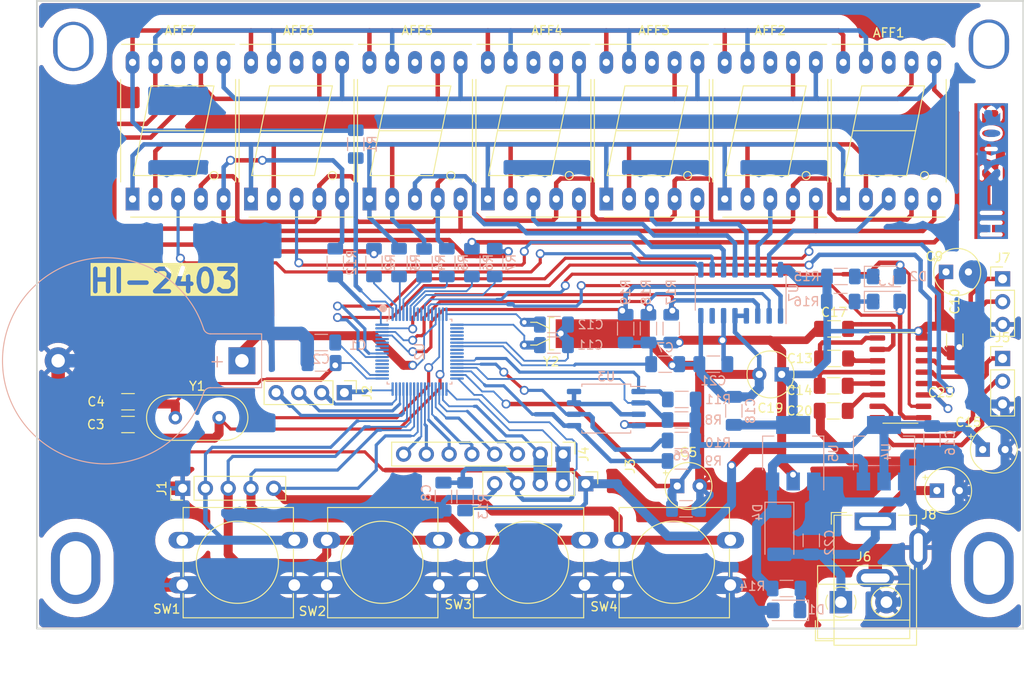
<source format=kicad_pcb>
(kicad_pcb (version 20221018) (generator pcbnew)
  (layers (0 "F.Cu" power) (31 "B.Cu" mixed) (34 "B.Paste" user) (35 "F.Paste" user) (36 "B.SilkS" user "B.Silkscreen") (37 "F.SilkS" user "F.Silkscreen") (38 "B.Mask" user) (39 "F.Mask" user) (44 "Edge.Cuts" user))
  (net 0 "")
  (net 1 "/E")
  (net 2 "/D")
  (net 3 "/SEG1")
  (net 4 "/C")
  (net 5 "/DP")
  (net 6 "/B")
  (net 7 "/A")
  (net 8 "/F")
  (net 9 "/G")
  (net 10 "/SEG2")
  (net 11 "/SEG3")
  (net 12 "/SEG4")
  (net 13 "/SEG5")
  (net 14 "/SEG6")
  (net 15 "/SEG7")
  (net 16 "Net-(BT1-+)")
  (net 17 "GND")
  (net 18 "+3.3VDAC")
  (net 19 "Net-(D3-K)")
  (net 20 "Net-(D2-K)")
  (net 21 "/9vDC")
  (net 22 "/XLOUT")
  (net 23 "/XLIN")
  (net 24 "/txd_TTL")
  (net 25 "/rxd_TTL")
  (net 26 "/A0_HC238")
  (net 27 "/A1_HC238")
  (net 28 "/A2_HC238")
  (net 29 "/W_DO")
  (net 30 "/W_DI")
  (net 31 "/W_CLK")
  (net 32 "/W_CS")
  (net 33 "/KEY4")
  (net 34 "/KEY3")
  (net 35 "/KEY2")
  (net 36 "/KEY1")
  (net 37 "/U0TXD")
  (net 38 "/U0RXD")
  (net 39 "/txd")
  (net 40 "/rxd")
  (net 41 "Net-(U2-LDO_CAP)")
  (net 42 "Net-(U2-PF.4)")
  (net 43 "Net-(U2-PF.5)")
  (net 44 "Net-(U6-C1+)")
  (net 45 "Net-(U6-C1-)")
  (net 46 "Net-(U6-C2-)")
  (net 47 "Net-(U6-C2+)")
  (net 48 "Net-(U6-VS+)")
  (net 49 "Net-(U6-VS-)")
  (net 50 "Net-(D1-K)")
  (net 51 "Net-(U2-PB.6)")
  (net 52 "Net-(U2-PB.5)")
  (net 53 "Net-(U2-PB.4)")
  (net 54 "Net-(U2-PB.3)")
  (net 55 "Net-(U2-PB.2)")
  (net 56 "Net-(U2-PB.1)")
  (net 57 "Net-(U2-PB.0)")
  (net 58 "Net-(U2-PB.7)")
  (net 69 "Net-(J2-Pin_4)")
  (net 70 "Net-(J2-Pin_3)")
  (net 71 "Net-(J2-Pin_2)")
  (net 72 "Net-(J2-Pin_1)")
  (net 82 "Net-(D4-A)")
  (net 83 "/ICE_DATA")
  (net 84 "/ICE_CLK")
  (net 85 "/RST")
  (net 86 "/txd1")
  (net 87 "/rxd1")
  (net 88 "+5V")
  (net 89 "Net-(J4-Pin_3)")
  (net 90 "Net-(J4-Pin_4)")
  (net 91 "Net-(J4-Pin_5)")
  (net 92 "Net-(J4-Pin_6)")
  (net 93 "Net-(J4-Pin_7)")
  (net 94 "Net-(J4-Pin_8)")
  (footprint "Capacitor_SMD:C_1206_3216Metric_Pad1.33x1.80mm_HandSolder" (layer "F.Cu") (at 31.242 62.738 180)
    (fp_text reference "C4")
    (fp_text value "22PF" hide)
  )
  (footprint "Capacitor_THT:CP_Radial_Tantal_D5.0mm_P2.50mm" (layer "F.Cu") (at 126.556888 68.072)
    (fp_text reference "C15")
    (fp_text value "C_10MF/50V" hide)
  )
  (footprint "Connector_PinHeader_2.54mm:PinHeader_1x04_P2.54mm_Vertical" (layer "F.Cu") (at 55.372 61.722 -90)
    (fp_text reference "J2")
    (fp_text value "Conn_01x04" hide)
  )
  (footprint "Button_Switch_THT:SW_PUSH-12mm" (layer "F.Cu") (at 49.7915 83.18 180)
    (fp_text reference "SW1")
    (fp_text value "SW_DIP_x01" hide)
  )
  (footprint "Connector_PinHeader_2.54mm:PinHeader_1x08_P2.54mm_Vertical" (layer "F.Cu") (at 79.756 68.58 -90)
    (fp_text reference "J4")
    (fp_text value "Conn_01x08" hide)
  )
  (footprint "Capacitor_SMD:C_1206_3216Metric_Pad1.33x1.80mm_HandSolder" (layer "F.Cu") (at 109.982 54.61)
    (fp_text reference "C17")
    (fp_text value "104" hide)
  )
  (footprint "Display_7Segment:7SegmentLED_LTS6760_LTS6780" (layer "F.Cu") (at 110.998 40.132 90)
    (fp_text reference "AFF1")
    (fp_text value "LTS-6960HR" hide)
  )
  (footprint "Button_Switch_THT:SW_PUSH-12mm" (layer "F.Cu") (at 98.4155 83.18 180)
    (fp_text reference "SW4")
    (fp_text value "SW_DIP_x01" hide)
  )
  (footprint "Capacitor_SMD:C_1206_3216Metric_Pad1.33x1.80mm_HandSolder" (layer "F.Cu") (at 31.242 65.278 180)
    (fp_text reference "C3")
    (fp_text value "22PF" hide)
  )
  (footprint "Capacitor_THT:CP_Radial_Tantal_D5.0mm_P2.50mm" (layer "F.Cu") (at 122.468 48.26)
    (fp_text reference "C9")
    (fp_text value "C_10MF/50V" hide)
  )
  (footprint "Crystal:Crystal_AT310_D3.0mm_L10.0mm_Horizontal_1EP_style1" (layer "F.Cu") (at 75.438 56.418 90)
    (fp_text reference "Y2")
    (fp_text value "Crystal_GND2" hide)
  )
  (footprint "Capacitor_SMD:C_1206_3216Metric_Pad1.33x1.80mm_HandSolder" (layer "F.Cu") (at 109.9435 63.754)
    (fp_text reference "C20")
    (fp_text value "104" hide)
  )
  (footprint "Display_7Segment:7SegmentLED_LTS6760_LTS6780" (layer "F.Cu") (at 44.958 40.132 90)
    (fp_text reference "AFF6")
    (fp_text value "LTS-6960HR" hide)
  )
  (footprint "Connector_PinHeader_2.54mm:PinHeader_1x05_P2.54mm_Vertical" (layer "F.Cu") (at 37.338 72.39 90)
    (fp_text reference "J1")
    (fp_text value "Conn_01x05_Pin" hide)
  )
  (footprint "Capacitor_SMD:C_1206_3216Metric_Pad1.33x1.80mm_HandSolder" (layer "F.Cu") (at 109.982 57.912)
    (fp_text reference "C13")
    (fp_text value "104" hide)
  )
  (footprint "Capacitor_SMD:C_1206_3216Metric_Pad1.33x1.80mm_HandSolder" (layer "F.Cu") (at 123.444 55.88 90)
    (fp_text reference "C10")
    (fp_text value "104" hide)
  )
  (footprint "Capacitor_THT:CP_Radial_Tantal_D5.0mm_P2.50mm" (layer "F.Cu") (at 104.14 59.69 180)
    (fp_text reference "C19")
    (fp_text value "C_10MF/50V" hide)
  )
  (footprint "Display_7Segment:7SegmentLED_LTS6760_LTS6780" (layer "F.Cu") (at 31.75 40.132 90)
    (fp_text reference "AFF7")
    (fp_text value "LTS-6960HR" hide)
  )
  (footprint "Display_7Segment:7SegmentLED_LTS6760_LTS6780" (layer "F.Cu") (at 84.582 40.132 90)
    (fp_text reference "AFF3")
    (fp_text value "LTS-6960HR" hide)
  )
  (footprint "Package_SO:SO-16_3.9x9.9mm_P1.27mm" (layer "F.Cu") (at 117.383 60.071)
    (fp_text reference "U6" hide)
    (fp_text value "MAX232")
  )
  (footprint "Capacitor_THT:CP_Radial_Tantal_D5.0mm_P2.50mm" (layer "F.Cu") (at 121.452 72.644)
    (fp_text reference "C23")
    (fp_text value "C_100MF/50V" hide)
  )
  (footprint "" (layer "F.Cu") (at 25.146 23.114)
    (fp_text reference "")
    (fp_text value "")
  )
  (footprint "Capacitor_SMD:C_1206_3216Metric_Pad1.33x1.80mm_HandSolder" (layer "F.Cu") (at 109.9435 60.96 180)
    (fp_text reference "C14")
    (fp_text value "104" hide)
  )
  (footprint "" (layer "F.Cu") (at 127.254 22.86)
    (fp_text reference "")
    (fp_text value "")
  )
  (footprint "" (layer "F.Cu") (at 115.7875 51.562)
    (fp_text reference "")
    (fp_text value "")
  )
  (footprint "" (layer "F.Cu") (at 104.7845 86.106 -90)
    (fp_text reference "")
    (fp_text value "")
  )
  (footprint "" (layer "F.Cu") (at 127.254 81.28)
    (fp_text reference "")
    (fp_text value "")
  )
  (footprint "Connector_PinHeader_2.54mm:PinHeader_1x05_P2.54mm_Vertical" (layer "F.Cu") (at 82.296 71.882 -90)
    (fp_text reference "J3")
    (fp_text value "Conn_01x05_Pin_prg" hide)
  )
  (footprint "" (layer "F.Cu") (at 115.7875 48.768)
    (fp_text reference "")
    (fp_text value "")
  )
  (footprint "TerminalBlock_MetzConnect:TerminalBlock_MetzConnect_Type101_RT01602HBWC_1x02_P5.08mm_Horizontal" (layer "F.Cu") (at 110.744 85.09)
    (fp_text reference "J6")
    (fp_text value "Conn_01x02_Pin" hide)
  )
  (footprint "Connector_PinHeader_2.54mm:PinHeader_1x03_P2.54mm_Vertical" (layer "F.Cu") (at 128.778 57.912)
    (fp_text reference "J5")
    (fp_text value "Conn_01x03_Pin" hide)
  )
  (footprint "Display_7Segment:7SegmentLED_LTS6760_LTS6780" (layer "F.Cu") (at 71.374 40.132 90)
    (fp_text reference "AFF4")
    (fp_text value "LTS-6960HR" hide)
  )
  (footprint "Button_Switch_THT:SW_PUSH-12mm" (layer "F.Cu") (at 82.1595 83.18 180)
    (fp_text reference "SW3")
    (fp_text value "SW_DIP_x01" hide)
  )
  (footprint "Button_Switch_THT:SW_PUSH-12mm" (layer "F.Cu") (at 65.9035 83.18 180)
    (fp_text reference "SW2")
    (fp_text value "SW_DIP_x01" hide)
  )
  (footprint "Connector_BarrelJack:BarrelJack_GCT_DCJ200-10-A_Horizontal" (layer "F.Cu") (at 114.58 76.094)
    (fp_text reference "J8")
    (fp_text value "Conn_01x03" hide)
  )
  (footprint "Crystal:Crystal_HC49-U_Vertical" (layer "F.Cu") (at 36.522 64.516)
    (fp_text reference "Y1")
    (fp_text value "Crystal 16mhz" hide)
  )
  (footprint "Connector_PinHeader_2.54mm:PinHeader_1x03_P2.54mm_Vertical" (layer "F.Cu") (at 128.778 49.037)
    (fp_text reference "J7")
    (fp_text value "Conn_01x03_Pin" hide)
  )
  (footprint "Display_7Segment:7SegmentLED_LTS6760_LTS6780" (layer "F.Cu") (at 58.166 40.132 90)
    (fp_text reference "AFF5")
    (fp_text value "LTS-6960HR" hide)
  )
  (footprint "Display_7Segment:7SegmentLED_LTS6760_LTS6780" (layer "F.Cu") (at 97.79 40.132 90)
    (fp_text reference "AFF2")
    (fp_text value "LTS-6960HR" hide)
  )
  (footprint "Capacitor_THT:CP_Radial_Tantal_D5.0mm_P2.50mm" (layer "F.Cu") (at 92.496 72.136)
    (fp_text reference "C5")
    (fp_text value "C_10MF/50V" hide)
  )
  (footprint "" (layer "F.Cu") (at 25.4 81.28)
    (fp_text reference "")
    (fp_text value "")
  )
  (footprint "Resistor_SMD:R_1206_3216Metric_Pad1.30x1.75mm_HandSolder" (layer "B.Cu") (at 104.6845 83.566 180)
    (fp_text reference "R14")
    (fp_text value "3.3K" hide)
  )
  (footprint "Resistor_SMD:R_1206_3216Metric_Pad1.30x1.75mm_HandSolder" (layer "B.Cu") (at 92.964 64.77 180)
    (fp_text reference "R8")
    (fp_text value "10k" hide)
  )
  (footprint "Resistor_SMD:R_1206_3216Metric_Pad1.30x1.75mm_HandSolder" (layer "B.Cu") (at 110.718 51.562 180)
    (fp_text reference "R16")
    (fp_text value "3.3K" hide)
  )
  (footprint "Package_QFP:LQFP-64_7x7mm_P0.4mm" (layer "B.Cu") (at 63.754 57.15 -90)
    (fp_text reference "U2")
    (fp_text value "M251SG6AE" hide)
  )
  (footprint "Resistor_SMD:R_1206_3216Metric_Pad1.30x1.75mm_HandSolder" (layer "B.Cu") (at 91.821 54.584 90)
    (fp_text reference "R17")
    (fp_text value "10k" hide)
  )
  (footprint "Resistor_SMD:R_1206_3216Metric_Pad1.30x1.75mm_HandSolder" (layer "B.Cu") (at 68.834 73.3175 90)
    (fp_text reference "R13")
    (fp_text value "10K" hide)
  )
  (footprint "LED_SMD:LED_1206_3216Metric_Pad1.42x1.75mm_HandSolder" (layer "B.Cu") (at 115.824 51.562)
    (fp_text reference "D3")
    (fp_text value "LED GREEN" hide)
  )
  (footprint "Capacitor_SMD:C_1206_3216Metric_Pad1.33x1.80mm_HandSolder" (layer "B.Cu") (at 91.1475 58.547 180)
    (fp_text reference "C7")
    (fp_text value "104" hide)
  )
  (footprint "Diode_SMD:D_MELF" (layer "B.Cu") (at 103.886 77.356 -90)
    (fp_text reference "D4")
    (fp_text value "SM4007")
  )
  (footprint "Capacitor_SMD:C_1206_3216Metric_Pad1.33x1.80mm_HandSolder" (layer "B.Cu") (at 98.806 63.754 90)
    (fp_text reference "C18")
    (fp_text value "104" hide)
  )
  (footprint "Capacitor_SMD:C_1206_3216Metric_Pad1.33x1.80mm_HandSolder" (layer "B.Cu") (at 78.74 54.132 180)
    (fp_text reference "C12")
    (fp_text value "22PF" hide)
  )
  (footprint "Package_SO:SO-16_3.9x9.9mm_P1.27mm" (layer "B.Cu") (at 99.568 50.581 90)
    (fp_text reference "U7")
    (fp_text value "74HC238" hide)
  )
  (footprint "Resistor_SMD:R_1206_3216Metric_Pad1.30x1.75mm_HandSolder" (layer "B.Cu") (at 110.744 48.768 180)
    (fp_text reference "R15")
    (fp_text value "3.3K" hide)
  )
  (footprint "Package_TO_SOT_SMD:SOT-223-3_TabPin2" (layer "B.Cu") (at 105.424 68.478 90)
    (fp_text reference "U5")
    (fp_text value "AP1117-50" hide)
  )
  (footprint "Resistor_SMD:R_1206_3216Metric_Pad1.30x1.75mm_HandSolder" (layer "B.Cu") (at 54.356 47.218 90)
    (fp_text reference "R12")
    (fp_text value "10E" hide)
  )
  (footprint "Capacitor_SMD:C_1206_3216Metric_Pad1.33x1.80mm_HandSolder" (layer "B.Cu") (at 52.7935 56.134)
    (fp_text reference "C2")
    (fp_text value "104" hide)
  )
  (footprint "Resistor_SMD:R_1206_3216Metric_Pad1.30x1.75mm_HandSolder" (layer "B.Cu") (at 89.281 54.584 90)
    (fp_text reference "R18")
    (fp_text value "10k" hide)
  )
  (footprint "Resistor_SMD:R_1206_3216Metric_Pad1.30x1.75mm_HandSolder" (layer "B.Cu") (at 92.99 62.484 180)
    (fp_text reference "R11")
    (fp_text value "10k" hide)
  )
  (footprint "Battery:BatteryHolder_Keystone_103_1x20mm" (layer "B.Cu") (at 43.942 58.166 180)
    (fp_text reference "BT1" hide)
    (fp_text value "Battery_Cell")
  )
  (footprint "Resistor_SMD:R_1206_3216Metric_Pad1.30x1.75mm_HandSolder" (layer "B.Cu") (at 69.596 47.218 90)
    (fp_text reference "R6")
    (fp_text value "10E" hide)
  )
  (footprint "Capacitor_SMD:C_1206_3216Metric_Pad1.33x1.80mm_HandSolder" (layer "B.Cu") (at 78.74 56.418)
    (fp_text reference "C11")
    (fp_text value "22PF" hide)
  )
  (footprint "Package_SO:SOIC-8_5.23x5.23mm_P1.27mm" (layer "B.Cu") (at 84.582 63.5 180)
    (fp_text reference "U3")
    (fp_text value "W25Q128JVS" hide)
  )
  (footprint "Package_TO_SOT_SMD:SOT-223-3_TabPin2" (layer "B.Cu") (at 115.556 68.478 90)
    (fp_text reference "U4")
    (fp_text value "AP1117-33" hide)
  )
  (footprint "Capacitor_SMD:C_1206_3216Metric_Pad1.33x1.80mm_HandSolder" (layer "B.Cu") (at 96.52 58.547)
    (fp_text reference "C21")
    (fp_text value "104" hide)
  )
  (footprint "Resistor_SMD:R_1206_3216Metric_Pad1.30x1.75mm_HandSolder" (layer "B.Cu") (at 61.468 47.218 90)
    (fp_text reference "R3")
    (fp_text value "10E" hide)
  )
  (footprint "Resistor_SMD:R_1206_3216Metric_Pad1.30x1.75mm_HandSolder" (layer "B.Cu") (at 64.262 47.244 90)
    (fp_text reference "R4")
    (fp_text value "10E" hide)
  )
  (footprint "Capacitor_SMD:C_1206_3216Metric_Pad1.33x1.80mm_HandSolder" (layer "B.Cu") (at 52.832 58.42 180)
    (fp_text reference "C1")
    (fp_text value "104" hide)
  )
  (footprint "LED_SMD:LED_1206_3216Metric_Pad1.42x1.75mm_HandSolder" (layer "B.Cu") (at 115.824 48.768)
    (fp_text reference "D2")
    (fp_text value "LED RED" hide)
  )
  (footprint "Capacitor_SMD:C_1206_3216Metric_Pad1.33x1.80mm_HandSolder" (layer "B.Cu") (at 93.472 74.676 180)
    (fp_text reference "C6")
    (fp_text value "104")
  )
  (footprint "Resistor_SMD:R_1206_3216Metric_Pad1.30x1.75mm_HandSolder" (layer "B.Cu") (at 72.136 47.218 90)
    (fp_text reference "R7")
    (fp_text value "10E" hide)
  )
  (footprint "LED_SMD:LED_1206_3216Metric_Pad1.42x1.75mm_HandSolder" (layer "B.Cu") (at 104.6845 86.006 180)
    (fp_text reference "D1")
    (fp_text value "LED RED" hide)
  )
  (footprint "Resistor_SMD:R_1206_3216Metric_Pad1.30x1.75mm_HandSolder" (layer "B.Cu") (at 92.964 67.056 180)
    (fp_text reference "R10")
    (fp_text value "10k" hide)
  )
  (footprint "Resistor_SMD:R_1206_3216Metric_Pad1.30x1.75mm_HandSolder" (layer "B.Cu") (at 56.642 34.01 90)
    (fp_text reference "R1")
    (fp_text value "10E" hide)
  )
  (footprint "Capacitor_SMD:C_1206_3216Metric_Pad1.33x1.80mm_HandSolder" (layer "B.Cu") (at 120.904 67.0175 -90)
    (fp_text reference "C16")
    (fp_text value "104" hide)
  )
  (footprint "Resistor_SMD:R_1206_3216Metric_Pad1.30x1.75mm_HandSolder" (layer "B.Cu") (at 92.964 69.342 180)
    (fp_text reference "R9")
    (fp_text value "10k" hide)
  )
  (footprint "Resistor_SMD:R_1206_3216Metric_Pad1.30x1.75mm_HandSolder" (layer "B.Cu") (at 58.674 47.218 90)
    (fp_text reference "R2")
    (fp_text value "10E" hide)
  )
  (footprint "Capacitor_SMD:C_1206_3216Metric_Pad1.33x1.80mm_HandSolder" (layer "B.Cu") (at 107.442 78.1935 -90)
    (fp_text reference "C22")
    (fp_text value "104" hide)
  )
  (footprint "Capacitor_SMD:C_1206_3216Metric_Pad1.33x1.80mm_HandSolder" (layer "B.Cu") (at 66.421 73.3175 -90)
    (fp_text reference "C8")
    (fp_text value "104" hide)
  )
  (footprint "Resistor_SMD:R_1206_3216Metric_Pad1.30x1.75mm_HandSolder" (layer "B.Cu") (at 66.802 47.218 90)
    (fp_text reference "R5")
    (fp_text value "10E" hide)
  )
  (footprint "Resistor_SMD:R_1206_3216Metric_Pad1.30x1.75mm_HandSolder" (layer "B.Cu") (at 86.741 54.584 90)
    (fp_text reference "R19")
    (fp_text value "10k" hide)
  )
  (gr_arc (start 125.737596 47.72922) (mid 125.424597 49.339633) (end 125.313766 47.702832) (stroke (width 1.5)) (layer "B.Cu"))
  (gr_circle (center 59.69 52.324) (end 60.04921 52.324) (stroke (width 0.15)) (fill solid) (layer "B.SilkS"))
  (gr_rect locked (start 21.082 18.034) (end 131.082 88.034) (stroke (width 0.2)) (fill none) (layer "Edge.Cuts"))
  (gr_text "HI-2403" (at 127.508 44.958 90) (layer "F.Cu" knockout) (effects (font (size 2.3 2.3) (thickness 0.5) bold) (justify left)))
  (gr_text "HI-2403" (at 127.508 44.958 270) (layer "B.Cu" knockout) (effects (font (size 2.3 2.3) (thickness 0.5) bold) (justify left mirror)))
  (gr_text "HI-2403" (at 26.67 49.276) (layer "F.SilkS" knockout) (effects (font (size 2.5 2.5) (thickness 0.5) bold) (justify left)))
  (segment (start 71.374 34.036) (end 84.582 34.036) (width 0.5) (layer "B.Cu") (net 1))
  (segment (start 58.166 40.132) (end 58.166 34.29) (width 0.5) (layer "B.Cu") (net 1))
  (segment (start 44.958 40.132) (end 44.958 34.036) (width 0.5) (layer "B.Cu") (net 1))
  (segment (start 31.75 40.132) (end 31.75 35.306) (width 0.5) (layer "B.Cu") (net 1))
  (segment (start 61.468 45.466) (end 58.166 42.164) (width 0.5) (layer "B.Cu") (net 1))
  (segment (start 97.79 34.036) (end 110.236 34.036) (width 0.5) (layer "B.Cu") (net 1))
  (segment (start 110.236 34.036) (end 110.998 34.798) (width 0.5) (layer "B.Cu") (net 1))
  (segment (start 57.912 34.036) (end 71.374 34.036) (width 0.5) (layer "B.Cu") (net 1))
  (segment (start 58.166 42.164) (end 58.166 40.132) (width 0.5) (layer "B.Cu") (net 1))
  (segment (start 61.468 45.668) (end 61.468 45.466) (width 0.5) (layer "B.Cu") (net 1))
  (segment (start 58.166 34.29) (end 57.912 34.036) (width 0.5) (layer "B.Cu") (net 1))
  (segment (start 110.998 34.798) (end 110.998 40.132) (width 0.5) (layer "B.Cu") (net 1))
  (segment (start 97.79 40.132) (end 97.79 34.036) (width 0.5) (layer "B.Cu") (net 1))
  (segment (start 84.582 40.132) (end 84.582 34.036) (width 0.5) (layer "B.Cu") (net 1))
  (segment (start 33.02 34.036) (end 44.958 34.036) (width 0.5) (layer "B.Cu") (net 1))
  (segment (start 84.582 34.036) (end 97.79 34.036) (width 0.5) (layer "B.Cu") (net 1))
  (segment (start 71.374 40.132) (end 71.374 34.036) (width 0.5) (layer "B.Cu") (net 1))
  (segment (start 31.75 35.306) (end 33.02 34.036) (width 0.5) (layer "B.Cu") (net 1))
  (segment (start 44.958 34.036) (end 57.912 34.036) (width 0.5) (layer "B.Cu") (net 1))
  (segment (start 34.29 40.132) (end 34.29 34.798) (width 0.5) (layer "F.Cu") (net 2))
  (segment (start 47.498 40.132) (end 47.498 34.036) (width 0.5) (layer "F.Cu") (net 2))
  (segment (start 100.33 40.132) (end 100.33 34.036) (width 0.5) (layer "F.Cu") (net 2))
  (segment (start 73.914 34.036) (end 87.122 34.036) (width 0.5) (layer "F.Cu") (net 2))
  (segment (start 73.914 40.132) (end 73.914 34.036) (width 0.5) (layer "F.Cu") (net 2))
  (segment (start 35.052 34.036) (end 47.498 34.036) (width 0.5) (layer "F.Cu") (net 2))
  (segment (start 60.706 34.036) (end 73.914 34.036) (width 0.5) (layer "F.Cu") (net 2))
  (segment (start 100.33 34.036) (end 112.014 34.036) (width 0.5) (layer "F.Cu") (net 2))
  (segment (start 87.122 40.132) (end 87.122 34.036) (width 0.5) (layer "F.Cu") (net 2))
  (segment (start 47.498 34.036) (end 60.706 34.036) (width 0.5) (layer "F.Cu") (net 2))
  (segment (start 112.014 34.036) (end 113.538 35.56) (width 0.5) (layer "F.Cu") (net 2))
  (segment (start 113.538 35.56) (end 113.538 40.132) (width 0.5) (layer "F.Cu") (net 2))
  (segment (start 34.29 34.798) (end 35.052 34.036) (width 0.5) (layer "F.Cu") (net 2))
  (segment (start 87.122 34.036) (end 100.33 34.036) (width 0.5) (layer "F.Cu") (net 2))
  (segment (start 60.706 40.132) (end 60.706 34.036) (width 0.5) (layer "F.Cu") (net 2))
  (segment (start 62.738 43.18) (end 61.468 43.18) (width 0.5) (layer "B.Cu") (net 2))
  (segment (start 64.262 44.704) (end 62.738 43.18) (width 0.5) (layer "B.Cu") (net 2))
  (segment (start 61.468 43.18) (end 60.706 42.418) (width 0.5) (layer "B.Cu") (net 2))
  (segment (start 64.262 45.694) (end 64.262 44.704) (width 0.5) (layer "B.Cu") (net 2))
  (segment (start 60.706 42.418) (end 60.706 40.132) (width 0.5) (layer "B.Cu") (net 2))
  (segment (start 112.522 43.688) (end 105.41 43.688) (width 0.5) (layer "B.Cu") (net 3))
  (segment (start 102.743 46.355) (end 102.743 48.006) (width 0.5) (layer "B.Cu") (net 3))
  (segment (start 105.41 43.688) (end 102.743 46.355) (width 0.5) (layer "B.Cu") (net 3))
  (segment (start 116.078 40.132) (end 112.522 43.688) (width 0.5) (layer "B.Cu") (net 3))
  (segment (start 96.52 42.672) (end 105.156 42.672) (width 0.5) (layer "F.Cu") (net 4))
  (segment (start 56.134 37.592) (end 56.642 38.1) (width 0.5) (layer "F.Cu") (net 4))
  (segment (start 92.202 40.132) (end 92.202 38.1) (width 0.5) (layer "F.Cu") (net 4))
  (segment (start 92.202 41.91) (end 92.202 40.132) (width 0.5) (layer "F.Cu") (net 4))
  (segment (start 65.278 42.672) (end 65.786 42.164) (width 0.5) (layer "F.Cu") (net 4))
  (segment (start 79.502 37.846) (end 82.804 37.846) (width 0.5) (layer "F.Cu") (net 4))
  (segment (start 83.058 41.91) (end 83.566 42.418) (width 0.5) (layer "F.Cu") (net 4))
  (segment (start 52.578 40.132) (end 52.578 38.608) (width 0.5) (layer "F.Cu") (net 4))
  (segment (start 68.834 37.592) (end 69.85 38.608) (width 0.5) (layer "F.Cu") (net 4))
  (segment (start 105.41 40.132) (end 105.41 38.608) (width 0.5) (layer "F.Cu") (net 4))
  (segment (start 69.85 41.656) (end 70.739 42.545) (width 0.5) (layer "F.Cu") (net 4))
  (segment (start 53.594 37.592) (end 56.134 37.592) (width 0.5) (layer "F.Cu") (net 4))
  (segment (start 52.578 38.608) (end 53.594 37.592) (width 0.5) (layer "F.Cu") (net 4))
  (segment (start 118.618 41.91) (end 118.618 40.132) (width 0.5) (layer "F.Cu") (net 4))
  (segment (start 83.566 42.418) (end 91.694 42.418) (width 0.5) (layer "F.Cu") (net 4))
  (segment (start 105.41 38.608) (end 106.172 37.846) (width 0.5) (layer "F.Cu") (net 4))
  (segment (start 105.41 42.418) (end 105.41 40.132) (width 0.5) (layer "F.Cu") (net 4))
  (segment (start 65.786 42.164) (end 65.786 40.132) (width 0.5) (layer "F.Cu") (net 4))
  (segment (start 39.37 40.132) (end 39.37 38.608) (width 0.5) (layer "F.Cu") (net 4))
  (segment (start 70.739 42.545) (end 78.613 42.545) (width 0.5) (layer "F.Cu") (net 4))
  (segment (start 78.994 42.164) (end 78.994 40.132) (width 0.5) (layer "F.Cu") (net 4))
  (segment (start 56.896 42.672) (end 65.278 42.672) (width 0.5) (layer "F.Cu") (net 4))
  (segment (start 109.22 37.846) (end 109.474 38.1) (width 0.5) (layer "F.Cu") (net 4))
  (segment (start 82.804 37.846) (end 83.058 38.1) (width 0.5) (layer "F.Cu") (net 4))
  (segment (start 118.11 42.418) (end 118.618 41.91) (width 0.5) (layer "F.Cu") (net 4))
  (segment (start 40.386 37.592) (end 42.926 37.592) (width 0.5) (layer "F.Cu") (net 4))
  (segment (start 109.474 38.1) (end 109.474 41.656) (width 0.5) (layer "F.Cu") (net 4))
  (segment (start 78.994 38.354) (end 79.502 37.846) (width 0.5) (layer "F.Cu") (net 4))
  (segment (start 43.688 42.672) (end 52.07 42.672) (width 0.5) (layer "F.Cu") (net 4))
  (segment (start 65.786 40.132) (end 65.786 38.354) (width 0.5) (layer "F.Cu") (net 4))
  (segment (start 52.07 42.672) (end 52.578 42.164) (width 0.5) (layer "F.Cu") (net 4))
  (segment (start 78.613 42.545) (end 78.994 42.164) (width 0.5) (layer "F.Cu") (net 4))
  (segment (start 39.37 38.608) (end 40.386 37.592) (width 0.5) (layer "F.Cu") (net 4))
  (segment (start 91.694 42.418) (end 92.202 41.91) (width 0.5) (layer "F.Cu") (net 4))
  (segment (start 83.058 38.1) (end 83.058 41.91) (width 0.5) (layer "F.Cu") (net 4))
  (segment (start 96.266 42.418) (end 96.52 42.672) (width 0.5) (layer "F.Cu") (net 4))
  (segment (start 96.266 38.1) (end 96.266 42.418) (width 0.5) (layer "F.Cu") (net 4))
  (segment (start 109.474 41.656) (end 110.236 42.418) (width 0.5) (layer "F.Cu") (net 4))
  (segment (start 92.202 38.1) (end 92.456 37.846) (width 0.5) (layer "F.Cu") (net 4))
  (segment (start 42.926 37.592) (end 43.434 38.1) (width 0.5) (layer "F.Cu") (net 4))
  (segment (start 92.456 37.846) (end 96.012 37.846) (width 0.5) (layer "F.Cu") (net 4))
  (segment (start 110.236 42.418) (end 118.11 42.418) (width 0.5) (layer "F.Cu") (net 4))
  (segment (start 78.994 40.132) (end 78.994 38.354) (width 0.5) (layer "F.Cu") (net 4))
  (segment (start 43.434 42.418) (end 43.688 42.672) (width 0.5) (layer "F.Cu") (net 4))
  (segment (start 43.434 38.1) (end 43.434 42.418) (width 0.5) (layer "F.Cu") (net 4))
  (segment (start 56.642 42.418) (end 56.896 42.672) (width 0.5) (layer "F.Cu") (net 4))
  (segment (start 106.172 37.846) (end 109.22 37.846) (width 0.5) (layer "F.Cu") (net 4))
  (segment (start 69.85 38.608) (end 69.85 41.656) (width 0.5) (layer "F.Cu") (net 4))
  (segment (start 66.548 37.592) (end 68.834 37.592) (width 0.5) (layer "F.Cu") (net 4))
  (segment (start 65.786 38.354) (end 66.548 37.592) (width 0.5) (layer "F.Cu") (net 4))
  (segment (start 96.012 37.846) (end 96.266 38.1) (width 0.5) (layer "F.Cu") (net 4))
  (segment (start 56.642 38.1) (end 56.642 42.418) (width 0.5) (layer "F.Cu") (net 4))
  (segment (start 105.156 42.672) (end 105.41 42.418) (width 0.5) (layer "F.Cu") (net 4))
  (segment (start 52.578 42.164) (end 52.578 40.132) (width 0.5) (layer "F.Cu") (net 4))
  (segment (start 66.802 45.668) (end 65.786 44.652) (width 0.5) (layer "B.Cu") (net 4))
  (segment (start 65.786 44.652) (end 65.786 40.132) (width 0.5) (layer "B.Cu") (net 4))
  (segment (start 41.91 40.132) (end 41.91 42.672) (width 0.5) (layer "F.Cu") (net 5))
  (segment (start 68.326 43.688) (end 81.534 43.688) (width 0.5) (layer "F.Cu") (net 5))
  (segment (start 55.118 43.688) (end 68.326 43.688) (width 0.5) (layer "F.Cu") (net 5))
  (segment (start 41.91 42.672) (end 42.926 43.688) (width 0.5) (layer "F.Cu") (net 5))
  (segment (start 94.742 40.132) (end 94.742 43.688) (width 0.5) (layer "F.Cu") (net 5))
  (segment (start 119.888 43.688) (end 121.158 42.418) (width 0.5) (layer "F.Cu") (net 5))
  (segment (start 42.672 35.814) (end 46.228 35.814) (width 0.5) (layer "F.Cu") (net 5))
  (segment (start 81.534 43.688) (end 94.742 43.688) (width 0.5) (layer "F.Cu") (net 5))
  (segment (start 121.158 42.418) (end 121.158 40.132) (width 0.5) (layer "F.Cu") (net 5))
  (segment (start 68.326 40.132) (end 68.326 43.688) (width 0.5) (layer "F.Cu") (net 5))
  (segment (start 107.95 40.132) (end 107.95 43.688) (width 0.5) (layer "F.Cu") (net 5))
  (segment (start 94.742 43.688) (end 107.95 43.688) (width 0.5) (layer "F.Cu") (net 5))
  (segment (start 55.118 40.132) (end 55.118 43.688) (width 0.5) (layer "F.Cu") (net 5))
  (segment (start 81.534 40.132) (end 81.534 43.688) (width 0.5) (layer "F.Cu") (net 5))
  (segment (start 42.926 43.688) (end 55.118 43.688) (width 0.5) (layer "F.Cu") (net 5))
  (segment (start 107.95 43.688) (end 119.888 43.688) (width 0.5) (layer "F.Cu") (net 5))
  (via (at 46.228 35.814) (size 1) (drill 0.65) (layers "F.Cu" "B.Cu") (net 5))
  (via (at 42.672 35.814) (size 1) (drill 0.65) (layers "F.Cu" "B.Cu") (net 5))
  (segment (start 41.91 40.132) (end 41.91 36.576) (width 0.5) (layer "B.Cu") (net 5))
  (segment (start 55.118 36.83) (end 55.118 40.132) (width 0.5) (layer "B.Cu") (net 5))
  (segment (start 54.102 35.814) (end 55.118 36.83) (width 0.5) (layer "B.Cu") (net 5))
  (segment (start 46.228 35.814) (end 54.102 35.814) (width 0.5) (layer "B.Cu") (net 5))
  (segment (start 41.91 36.576) (end 42.672 35.814) (width 0.5) (layer "B.Cu") (net 5))
  (segment (start 55.118 44.906) (end 55.118 40.132) (width 0.5) (layer "B.Cu") (net 5))
  (segment (start 55.118 44.906) (end 54.356 45.668) (width 0.5) (layer "B.Cu") (net 5))
  (segment (start 123.698 42.418) (end 123.698 30.48) (width 0.5) (layer "F.Cu") (net 6))
  (segment (start 121.158 44.958) (end 123.698 42.418) (width 0.5) (layer "F.Cu") (net 6))
  (segment (start 121.158 27.94) (end 121.158 24.892) (width 0.5) (layer "F.Cu") (net 6))
  (segment (start 123.698 30.48) (end 121.158 27.94) (width 0.5) (layer "F.Cu") (net 6))
  (segment (start 69.596 44.958) (end 121.158 44.958) (width 0.5) (layer "F.Cu") (net 6))
  (via (at 69.596 44.958) (size 1) (drill 0.6) (layers "F.Cu" "B.Cu") (net 6))
  (segment (start 68.326 24.892) (end 68.326 28.956) (width 0.5) (layer "B.Cu") (net 6))
  (segment (start 94.742 24.892) (end 94.742 28.956) (width 0.5) (layer "B.Cu") (net 6))
  (segment (start 69.596 45.212) (end 69.85 44.958) (width 0.2) (layer "B.Cu") (net 6))
  (segment (start 108.204 28.956) (end 94.742 28.956) (width 0.5) (layer "B.Cu") (net 6))
  (segment (start 69.596 45.212) (end 69.596 45.466) (width 0.5) (layer "B.Cu") (net 6))
  (segment (start 94.742 28.956) (end 81.534 28.956) (width 0.5) (layer "B.Cu") (net 6))
  (segment (start 43.18 28.956) (end 41.91 27.686) (width 0.5) (layer "B.Cu") (net 6))
  (segment (start 121.158 24.892) (end 121.158 27.178) (width 0.5) (layer "B.Cu") (net 6))
  (segment (start 107.95 28.702) (end 108.204 28.956) (width 0.5) (layer "B.Cu") (net 6))
  (segment (start 107.95 24.892) (end 107.95 28.702) (width 0.5) (layer "B.Cu") (net 6))
  (segment (start 55.118 24.892) (end 55.118 28.956) (width 0.5) (layer "B.Cu") (net 6))
  (segment (start 119.38 28.956) (end 108.204 28.956) (width 0.5) (layer "B.Cu") (net 6))
  (segment (start 121.158 27.178) (end 119.38 28.956) (width 0.5) (layer "B.Cu") (net 6))
  (segment (start 41.91 27.686) (end 41.91 24.892) (width 0.5) (layer "B.Cu") (net 6))
  (segment (start 55.118 28.956) (end 43.18 28.956) (width 0.5) (layer "B.Cu") (net 6))
  (segment (start 81.534 28.956) (end 81.534 24.892) (width 0.5) (layer "B.Cu") (net 6))
  (segment (start 81.534 28.956) (end 68.326 28.956) (width 0.5) (layer "B.Cu") (net 6))
  (segment (start 69.596 45.668) (end 69.596 45.212) (width 0.5) (layer "B.Cu") (net 6))
  (segment (start 68.326 28.956) (end 55.118 28.956) (width 0.5) (layer "B.Cu") (net 6))
  (segment (start 52.578 24.892) (end 52.578 28.956) (width 0.5) (layer "F.Cu") (net 7))
  (segment (start 92.202 28.956) (end 105.41 28.956) (width 0.5) (layer "F.Cu") (net 7))
  (segment (start 30.734 33.274) (end 33.782 33.274) (width 0.5) (layer "F.Cu") (net 7))
  (segment (start 40.132 43.434) (end 30.48 43.434) (width 0.5) (layer "F.Cu") (net 7))
  (segment (start 39.37 27.432) (end 39.37 24.892) (width 0.5) (layer "F.Cu") (net 7))
  (segment (start 118.618 27.432) (end 118.618 24.892) (width 0.5) (layer "F.Cu") (net 7))
  (segment (start 67.056 44.704) (end 41.402 44.704) (width 0.5) (layer "F.Cu") (net 7))
  (segment (start 70.104 46.482) (end 73.152 46.482) (width 0.5) (layer "F.Cu") (net 7))
  (segment (start 29.718 42.672) (end 29.718 34.29) (width 0.5) (layer "F.Cu") (net 7))
  (segment (start 65.786 28.956) (end 78.994 28.956) (width 0.5) (layer "F.Cu") (net 7))
  (segment (start 29.718 34.29) (end 30.734 33.274) (width 0.5) (layer "F.Cu") (net 7))
  (segment (start 92.202 24.892) (end 92.202 28.956) (width 0.5) (layer "F.Cu") (net 7))
  (segment (start 117.094 28.956) (end 118.618 27.432) (width 0.5) (layer "F.Cu") (net 7))
  (segment (start 41.402 44.704) (end 40.132 43.434) (width 0.5) (layer "F.Cu") (net 7))
  (segment (start 78.994 28.956) (end 92.202 28.956) (width 0.5) (layer "F.Cu") (net 7))
  (segment (start 65.786 24.892) (end 65.786 28.956) (width 0.5) (layer "F.Cu") (net 7))
  (segment (start 73.152 46.482) (end 73.66 45.974) (width 0.5) (layer "F.Cu") (net 7))
  (segment (start 68.834 46.482) (end 67.056 44.704) (width 0.5) (layer "F.Cu") (net 7))
  (segment (start 30.48 43.434) (end 29.718 42.672) (width 0.5) (layer "F.Cu") (net 7))
  (segment (start 105.41 24.892) (end 105.41 28.956) (width 0.5) (layer "F.Cu") (net 7))
  (segment (start 105.41 28.956) (end 117.094 28.956) (width 0.5) (layer "F.Cu") (net 7))
  (segment (start 33.782 33.274) (end 39.37 27.686) (width 0.5) (layer "F.Cu") (net 7))
  (segment (start 40.894 28.956) (end 52.578 28.956) (width 0.5) (layer "F.Cu") (net 7))
  (segment (start 70.104 46.482) (end 68.834 46.482) (width 0.5) (layer "F.Cu") (net 7))
  (segment (start 70.612 46.482) (end 70.104 46.482) (width 0.5) (layer "F.Cu") (net 7))
  (segment (start 70.612 46.482) (end 73.152 46.482) (width 0.2) (layer "F.Cu") (net 7))
  (segment (start 39.37 27.686) (end 39.37 27.432) (width 0.5) (layer "F.Cu") (net 7))
  (segment (start 52.578 28.956) (end 65.786 28.956) (width 0.5) (layer "F.Cu") (net 7))
  (segment (start 40.894 28.956) (end 39.37 27.432) (width 0.5) (layer "F.Cu") (net 7))
  (segment (start 78.994 24.892) (end 78.994 28.956) (width 0.5) (layer "F.Cu") (net 7))
  (via (at 73.66 45.974) (size 1) (drill 0.6) (layers "F.Cu" "B.Cu") (net 7))
  (segment (start 73.66 45.974) (end 72.442 45.974) (width 0.5) (layer "B.Cu") (net 7))
  (segment (start 72.442 45.974) (end 72.136 45.668) (width 0.5) (layer "B.Cu") (net 7))
  (segment (start 34.29 24.892) (end 34.29 30.734) (width 0.5) (layer "F.Cu") (net 8))
  (segment (start 29.464 31.75) (end 28.448 32.766) (width 0.5) (layer "F.Cu") (net 8))
  (segment (start 28.448 43.942) (end 29.718 45.212) (width 0.5) (layer "F.Cu") (net 8))
  (segment (start 28.448 32.766) (end 28.448 43.942) (width 0.5) (layer "F.Cu") (net 8))
  (segment (start 33.274 31.75) (end 29.464 31.75) (width 0.5) (layer "F.Cu") (net 8))
  (segment (start 34.29 30.734) (end 33.274 31.75) (width 0.5) (layer "F.Cu") (net 8))
  (segment (start 40.64 45.974) (end 58.42 45.974) (width 0.5) (layer "F.Cu") (net 8))
  (segment (start 58.42 45.974) (end 58.674 46.228) (width 0.5) (layer "F.Cu") (net 8))
  (segment (start 29.718 45.212) (end 39.878 45.212) (width 0.5) (layer "F.Cu") (net 8))
  (segment (start 39.878 45.212) (end 40.64 45.974) (width 0.5) (layer "F.Cu") (net 8))
  (via (at 58.674 46.228) (size 1) (drill 0.6) (layers "F.Cu" "B.Cu") (net 8))
  (segment (start 47.498 21.59) (end 47.498 24.892) (width 0.5) (layer "B.Cu") (net 8))
  (segment (start 35.052 21.336) (end 47.244 21.336) (width 0.5) (layer "B.Cu") (net 8))
  (segment (start 47.244 21.336) (end 47.498 21.59) (width 0.5) (layer "B.Cu") (net 8))
  (segment (start 58.674 45.668) (end 58.674 46.228) (width 0.5) (layer "B.Cu") (net 8))
  (segment (start 87.122 21.336) (end 100.33 21.336) (width 0.5) (layer "B.Cu") (net 8))
  (segment (start 60.706 21.336) (end 73.914 21.336) (width 0.5) (layer "B.Cu") (net 8))
  (segment (start 73.914 21.336) (end 87.122 21.336) (width 0.5) (layer "B.Cu") (net 8))
  (segment (start 73.914 21.336) (end 73.914 24.892) (width 0.5) (layer "B.Cu") (net 8))
  (segment (start 112.776 21.336) (end 113.538 22.098) (width 0.5) (layer "B.Cu") (net 8))
  (segment (start 87.122 21.336) (end 87.122 24.892) (width 0.5) (layer "B.Cu") (net 8))
  (segment (start 113.538 22.098) (end 113.538 24.892) (width 0.5) (layer "B.Cu") (net 8))
  (segment (start 34.29 24.892) (end 34.29 22.098) (width 0.5) (layer "B.Cu") (net 8))
  (segment (start 58.674 45.668) (end 58.674 45.72) (width 0.5) (layer "B.Cu") (net 8))
  (segment (start 100.33 21.336) (end 112.776 21.336) (width 0.5) (layer "B.Cu") (net 8))
  (segment (start 100.33 21.336) (end 100.33 24.892) (width 0.5) (layer "B.Cu") (net 8))
  (segment (start 34.29 22.098) (end 35.052 21.336) (width 0.5) (layer "B.Cu") (net 8))
  (segment (start 60.706 21.336) (end 60.706 24.892) (width 0.5) (layer "B.Cu") (net 8))
  (segment (start 47.244 21.336) (end 60.706 21.336) (width 0.5) (layer "B.Cu") (net 8))
  (segment (start 71.374 21.336) (end 84.582 21.336) (width 0.5) (layer "F.Cu") (net 9))
  (segment (start 32.512 21.336) (end 44.958 21.336) (width 0.5) (layer "F.Cu") (net 9))
  (segment (start 71.374 21.336) (end 71.374 24.892) (width 0.5) (layer "F.Cu") (net 9))
  (segment (start 97.79 21.336) (end 110.49 21.336) (width 0.5) (layer "F.Cu") (net 9))
  (segment (start 84.582 21.336) (end 97.79 21.336) (width 0.5) (layer "F.Cu") (net 9))
  (segment (start 58.166 21.336) (end 71.374 21.336) (width 0.5) (layer "F.Cu") (net 9))
  (segment (start 44.958 21.336) (end 44.958 24.892) (width 0.5) (layer "F.Cu") (net 9))
  (segment (start 84.582 21.336) (end 84.582 24.892) (width 0.5) (layer "F.Cu") (net 9))
  (segment (start 110.49 21.336) (end 110.998 21.844) (width 0.5) (layer "F.Cu") (net 9))
  (segment (start 31.75 24.892) (end 31.75 22.098) (width 0.5) (layer "F.Cu") (net 9))
  (segment (start 110.998 21.844) (end 110.998 24.892) (width 0.5) (layer "F.Cu") (net 9))
  (segment (start 58.166 21.336) (end 58.166 24.892) (width 0.5) (layer "F.Cu") (net 9))
  (segment (start 44.958 21.336) (end 58.166 21.336) (width 0.5) (layer "F.Cu") (net 9))
  (segment (start 31.75 22.098) (end 32.512 21.336) (width 0.5) (layer "F.Cu") (net 9))
  (segment (start 97.79 21.336) (end 97.79 24.892) (width 0.5) (layer "F.Cu") (net 9))
  (segment (start 31.75 31.496) (end 31.75 24.892) (width 0.5) (layer "B.Cu") (net 9))
  (segment (start 32.766 32.512) (end 56.59 32.512) (width 0.5) (layer "B.Cu") (net 9))
  (segment (start 32.766 32.512) (end 31.75 31.496) (width 0.5) (layer "B.Cu") (net 9))
  (segment (start 56.59 32.512) (end 56.642 32.46) (width 0.5) (layer "B.Cu") (net 9))
  (segment (start 101.473 45.339) (end 102.87 43.942) (width 0.5) (layer "B.Cu") (net 10))
  (segment (start 101.473 48.006) (end 101.473 45.339) (width 0.5) (layer "B.Cu") (net 10))
  (segment (start 102.87 43.942) (end 102.87 40.132) (width 0.5) (layer "B.Cu") (net 10))
  (segment (start 99.314 42.926) (end 100.203 43.815) (width 0.5) (layer "B.Cu") (net 11))
  (segment (start 90.17 42.926) (end 99.314 42.926) (width 0.5) (layer "B.Cu") (net 11))
  (segment (start 100.203 43.815) (end 100.203 48.006) (width 0.5) (layer "B.Cu") (net 11))
  (segment (start 89.662 42.418) (end 90.17 42.926) (width 0.5) (layer "B.Cu") (net 11))
  (segment (start 89.662 40.132) (end 89.662 42.418) (width 0.5) (layer "B.Cu") (net 11))
  (segment (start 76.454 40.132) (end 76.454 42.418) (width 0.5) (layer "B.Cu") (net 12))
  (segment (start 98.044 44.196) (end 98.933 45.085) (width 0.5) (layer "B.Cu") (net 12))
  (segment (start 98.933 45.085) (end 98.933 48.006) (width 0.5) (layer "B.Cu") (net 12))
  (segment (start 76.454 42.418) (end 76.962 42.926) (width 0.5) (layer "B.Cu") (net 12))
  (segment (start 89.916 44.196) (end 98.044 44.196) (width 0.5) (layer "B.Cu") (net 12))
  (segment (start 88.646 42.926) (end 89.916 44.196) (width 0.5) (layer "B.Cu") (net 12))
  (segment (start 76.962 42.926) (end 88.646 42.926) (width 0.5) (layer "B.Cu") (net 12))
  (segment (start 97.282 45.466) (end 89.662 45.466) (width 0.5) (layer "B.Cu") (net 13))
  (segment (start 88.138 43.942) (end 75.692 43.942) (width 0.5) (layer "B.Cu") (net 13))
  (segment (start 75.692 43.942) (end 74.676 42.926) (width 0.5) (layer "B.Cu") (net 13))
  (segment (start 64.008 37.592) (end 63.246 38.354) (width 0.5) (layer "B.Cu") (net 13))
  (segment (start 74.676 42.926) (end 70.994396 42.926) (width 0.5) (layer "B.Cu") (net 13))
  (segment (start 63.246 38.354) (end 63.246 40.132) (width 0.5) (layer "B.Cu") (net 13))
  (segment (start 97.663 48.006) (end 97.663 45.847) (width 0.5) (layer "B.Cu") (net 13))
  (segment (start 69.85 41.781604) (end 69.85 38.608) (width 0.5) (layer "B.Cu") (net 13))
  (segment (start 69.85 38.608) (end 68.834 37.592) (width 0.5) (layer "B.Cu") (net 13))
  (segment (start 70.994396 42.926) (end 69.85 41.781604) (width 0.5) (layer "B.Cu") (net 13))
  (segment (start 97.663 45.847) (end 97.282 45.466) (width 0.5) (layer "B.Cu") (net 13))
  (segment (start 68.834 37.592) (end 64.008 37.592) (width 0.5) (layer "B.Cu") (net 13))
  (segment (start 89.662 45.466) (end 88.138 43.942) (width 0.5) (layer "B.Cu") (net 13))
  (segment (start 75.438 47.244) (end 75.438 45.974) (width 0.35) (layer "F.Cu") (net 14))
  (segment (start 50.292 47.244) (end 50.546 47.498) (width 0.35) (layer "F.Cu") (net 14))
  (segment (start 75.184 47.498) (end 75.438 47.244) (width 0.35) (layer "F.Cu") (net 14))
  (segment (start 50.546 47.498) (end 75.184 47.498) (width 0.35) (layer "F.Cu") (net 14))
  (via (at 50.292 47.244) (size 1) (drill 0.65) (layers "F.Cu" "B.Cu") (net 14))
  (via (at 75.438 45.974) (size 1) (drill 0.65) (layers "F.Cu" "B.Cu") (net 14))
  (segment (start 88.9 46.482) (end 87.376 44.958) (width 0.35) (layer "B.Cu") (net 14))
  (segment (start 96.393 46.609) (end 96.266 46.482) (width 0.35) (layer "B.Cu") (net 14))
  (segment (start 50.038 46.99) (end 50.038 40.132) (width 0.35) (layer "B.Cu") (net 14))
  (segment (start 96.266 46.482) (end 88.9 46.482) (width 0.35) (layer "B.Cu") (net 14))
  (segment (start 75.438 45.72) (end 76.2 44.958) (width 0.35) (layer "B.Cu") (net 14))
  (segment (start 96.393 48.006) (end 96.393 46.609) (width 0.35) (layer "B.Cu") (net 14))
  (segment (start 75.438 45.72) (end 75.438 45.974) (width 0.35) (layer "B.Cu") (net 14))
  (segment (start 87.376 44.958) (end 76.2 44.958) (width 0.35) (layer "B.Cu") (net 14))
  (segment (start 50.292 47.244) (end 50.038 46.99) (width 0.35) (layer "B.Cu") (net 14))
  (segment (start 37.592 47.244) (end 37.084 46.736) (width 0.35) (layer "F.Cu") (net 15))
  (segment (start 47.752 47.244) (end 37.592 47.244) (width 0.35) (layer "F.Cu") (net 15))
  (segment (start 77.216 46.228) (end 77.216 47.244) (width 0.35) (layer "F.Cu") (net 15))
  (segment (start 77.216 47.244) (end 76.2 48.26) (width 0.35) (layer "F.Cu") (net 15))
  (segment (start 76.2 48.26) (end 48.768 48.26) (width 0.35) (layer "F.Cu") (net 15))
  (segment (start 48.768 48.26) (end 47.752 47.244) (width 0.35) (layer "F.Cu") (net 15))
  (via (at 77.216 46.228) (size 1) (drill 0.65) (layers "F.Cu" "B.Cu") (net 15))
  (via (at 37.084 46.736) (size 1) (drill 0.65) (layers "F.Cu" "B.Cu") (net 15))
  (segment (start 95.123 47.879) (end 94.488 47.244) (width 0.35) (layer "B.Cu") (net 15))
  (segment (start 37.084 46.736) (end 36.83 46.482) (width 0.35) (layer "B.Cu") (net 15))
  (segment (start 87.376 46.228) (end 77.216 46.228) (width 0.35) (layer "B.Cu") (net 15))
  (segment (start 88.392 47.244) (end 87.376 46.228) (width 0.35) (layer "B.Cu") (net 15))
  (segment (start 36.83 46.482) (end 36.83 40.132) (width 0.35) (layer "B.Cu") (net 15))
  (segment (start 95.123 48.006) (end 95.123 47.879) (width 0.35) (layer "B.Cu") (net 15))
  (segment (start 94.488 47.244) (end 88.392 47.244) (width 0.35) (layer "B.Cu") (net 15))
  (segment (start 61.976 58.674) (end 62.992 58.674) (width 1) (layer "F.Cu") (net 16))
  (segment (start 43.942 57.15) (end 45.72 55.372) (width 1) (layer "F.Cu") (net 16))
  (segment (start 43.942 58.166) (end 43.942 57.15) (width 1) (layer "F.Cu") (net 16))
  (segment (start 58.674 55.372) (end 61.976 58.674) (width 1) (layer "F.Cu") (net 16))
  (segment (start 45.72 55.372) (end 58.674 55.372) (width 1) (layer "F.Cu") (net 16))
  (via (at 62.992 58.674) (size 1) (drill 0.65) (layers "F.Cu" "B.Cu") (net 16))
  (segment (start 65.394 54.24) (end 65.416 54.24) (width 0.2) (layer "B.Cu") (net 16))
  (segment (start 63.5 58.674) (end 62.992 58.674) (width 0.2) (layer "B.Cu") (net 16))
  (segment (start 65.554 52.975) (end 65.554 54.102) (width 0.2) (layer "B.Cu") (net 16))
  (segment (start 64.262 57.912) (end 63.5 58.674) (width 0.2) (layer "B.Cu") (net 16))
  (segment (start 65.554 54.102) (end 65.416 54.24) (width 0.2) (layer "B.Cu") (net 16))
  (segment (start 64.262 55.372) (end 65.394 54.24) (width 0.2) (layer "B.Cu") (net 16))
  (segment (start 64.262 55.372) (end 64.262 57.912) (width 0.2) (layer "B.Cu") (net 16))
  (segment (start 123.952 72.644) (end 123.952 69.85) (width 1) (layer "F.Cu") (net 17))
  (segment (start 108.458 66.04) (end 108.458 63.831) (width 1) (layer "F.Cu") (net 17))
  (segment (start 37.338 72.39) (end 36.322 72.39) (width 1) (layer "F.Cu") (net 17))
  (segment (start 23.452 61.976) (end 23.452 62.738) (width 1.5) (layer "F.Cu") (net 17))
  (segment (start 29.6795 62.738) (end 23.452 62.738) (width 1) (layer "F.Cu") (net 17))
  (segment (start 94.996 72.136) (end 94.996 66.548) (width 1) (layer "F.Cu") (net 17))
  (segment (start 91.948 58.674) (end 88.422 55.148) (width 1) (layer "F.Cu") (net 17))
  (segment (start 26.416 73.914) (end 33.274 73.914) (width 1.5) (layer "F.Cu") (net 17))
  (segment (start 23.452 60.96) (end 23.452 61.976) (width 1.5) (layer "F.Cu") (net 17))
  (segment (start 23.452 60.96) (end 23.452 62.06) (width 0.5) (layer "F.Cu") (net 17))
  (segment (start 113.03 69.342) (end 111.76 69.342) (width 1) (layer "F.Cu") (net 17))
  (segment (start 33.274 73.914) (end 33.274 81.026) (width 1.5) (layer "F.Cu") (net 17))
  (segment (start 103.124 73.406) (end 111.76 73.406) (width 0.85) (layer "F.Cu") (net 17))
  (segment (start 111.76 69.342) (end 108.458 66.04) (width 1) (layer "F.Cu") (net 17))
  (segment (start 122.4665 57.4425) (end 121.92 56.896) (width 0.5) (layer "F.Cu") (net 17))
  (segment (start 123.952 69.85) (end 123.444 69.342) (width 1) (layer "F.Cu") (net 17))
  (segment (start 114.046 80.01) (end 114.58 80.544) (width 1.5) (layer "F.Cu") (net 17))
  (segment (start 23.452 58.166) (end 23.452 60.96) (width 0.5) (layer "F.Cu") (net 17))
  (segment (start 88.422 55.148) (end 84.188 55.148) (width 1) (layer "F.Cu") (net 17))
  (segment (start 114.58 80.544) (end 114.58 82.394) (width 1.5) (layer "F.Cu") (net 17))
  (segment (start 101.64 59.69) (end 94.996 59.69) (width 1) (layer "F.Cu") (net 17))
  (segment (start 123.444 57.4425) (end 123.444 57.404) (width 0.5) (layer "F.Cu") (net 17))
  (segment (start 87.884 65.278) (end 94.996 65.278) (width 0.5) (layer "F.Cu") (net 17))
  (segment (start 35.428 83.18) (end 37.2915 83.18) (width 1.5) (layer "F.Cu") (net 17))
  (segment (start 86.614 65.278) (end 87.376 65.278) (width 0.5) (layer "F.Cu") (net 17))
  (segment (start 94.996 59.69) (end 94.996 58.674) (width 1) (layer "F.Cu") (net 17))
  (segment (start 98.4155 83.18) (end 101.732 83.18) (width 1.5) (layer "F.Cu") (net 17))
  (segment (start 29.6795 65.278) (end 29.6795 62.738) (width 1) (layer "F.Cu") (net 17))
  (segment (start 104.902 80.01) (end 114.046 80.01) (width 1.5) (layer "F.Cu") (net 17))
  (segment (start 121.92 56.896) (end 119.958 56.896) (width 0.5) (layer "F.Cu") (net 17))
  (segment (start 33.274 72.39) (end 36.322 72.39) (width 1.5) (layer "F.Cu") (net 17))
  (segment (start 101.732 83.18) (end 104.902 80.01) (width 1.5) (layer "F.Cu") (net 17))
  (segment (start 111.76 73.406) (end 113.03 72.136) (width 0.85) (layer "F.Cu") (net 17))
  (segment (start 94.996 65.278) (end 94.996 59.69) (width 1) (layer "F.Cu") (net 17))
  (segment (start 91.948 58.674) (end 94.996 58.674) (width 1) (layer "F.Cu") (net 17))
  (segment (start 23.452 70.95) (end 26.416 73.914) (width 1.5) (layer "F.Cu") (net 17))
  (segment (start 108.458 63.831) (end 108.381 63.754) (width 1) (layer "F.Cu") (net 17))
  (segment (start 101.854 72.136) (end 103.124 73.406) (width 0.85) (layer "F.Cu") (net 17))
  (segment (start 33.274 72.39) (end 33.274 73.914) (width 1.5) (layer "F.Cu") (net 17))
  (segment (start 94.996 66.548) (end 94.996 65.278) (width 1) (layer "F.Cu") (net 17))
  (segment (start 94.996 72.136) (end 101.854 72.136) (width 0.85) (layer "F.Cu") (net 17))
  (segment (start 123.444 57.404) (end 122.4665 57.4425) (width 0.5) (layer "F.Cu") (net 17))
  (segment (start 113.03 72.136) (end 113.03 69.342) (width 0.85) (layer "F.Cu") (net 17))
  (segment (start 86.614 65.278) (end 91.44 65.278) (width 0.5) (layer "F.Cu") (net 17))
  (segment (start 123.444 69.342) (end 113.03 69.342) (width 1) (layer "F.Cu") (net 17))
  (segment (start 87.884 65.278) (end 87.376 65.278) (width 0.2) (layer "F.Cu") (net 17))
  (segment (start 123.444 57.4425) (end 123.952 56.642) (width 0.5) (layer "F.Cu") (net 17))
  (segment (start 37.338 72.39) (end 33.274 72.39) (width 1.5) (layer "F.Cu") (net 17))
  (segment (start 23.452 62.738) (end 23.452 70.95) (width 1.5) (layer "F.Cu") (net 17))
  (segment (start 33.274 81.026) (end 35.428 83.18) (width 1.5) (layer "F.Cu") (net 17))
  (segment (start 23.452 61.976) (end 23.452 58.166) (width 1.5) (layer "F.Cu") (net 17))
  (via (at 91.948 58.674) (size 1) (drill 0.65) (layers "F.Cu" "B.Cu") (net 17))
  (via (at 123.952 56.642) (size 1) (drill 0.65) (layers "F.Cu" "B.Cu") (net 17))
  (via (at 79.502 55.118) (size 1) (drill 0.65) (layers "F.Cu" "B.Cu") (net 17))
  (via (at 86.614 65.278) (size 1) (drill 0.65) (layers "F.Cu" "B.Cu") (net 17))
  (segment (start 80.01 58.166) (end 80.3025 57.8735) (width 0.2) (layer "B.Cu") (net 17))
  (segment (start 66.421 74.88) (end 63.296 74.88) (width 1) (layer "B.Cu") (net 17))
  (segment (start 107.71 76.363) (end 107.442 76.631) (width 1) (layer "B.Cu") (net 17))
  (segment (start 98.933 54.991) (end 101.64 57.698) (width 0.5) (layer "B.Cu") (net 17))
  (segment (start 51.231 56.134) (end 51.231 58.3815) (width 1.5) (layer "B.Cu") (net 17))
  (segment (start 99.722 86.006) (end 98.4155 84.6995) (width 1) (layer "B.Cu") (net 17))
  (segment (start 75.438 58.166) (end 80.01 58.166) (width 0.2) (layer "B.Cu") (net 17))
  (segment (start 94.9575 58.547) (end 94.9575 59.3975) (width 0.5) (layer "B.Cu") (net 17))
  (segment (start 118.11 68.58) (end 117.856 68.834) (width 1) (layer "B.Cu") (net 17))
  (segment (start 107.71 71.476) (end 107.71 73.406) (width 1) (layer "B.Cu") (net 17))
  (segment (start 80.3025 55.9185) (end 79.502 55.118) (width 1) (layer "B.Cu") (net 17))
  (segment (start 37.2915 83.18) (end 62.738 83.18) (width 2) (layer "B.Cu") (net 17))
  (segment (start 63.296 74.88) (end 62.484 75.692) (width 1) (layer "B.Cu") (net 17))
  (segment (start 119.38 83.058) (end 117.348 85.09) (width 1) (layer "B.Cu") (net 17))
  (segment (start 97.7515 62.1915) (end 98.806 62.1915) (width 1) (layer "B.Cu") (net 17))
  (segment (start 129.056888 68.072) (end 129.056888 63.793888) (width 1) (layer "B.Cu") (net 17))
  (segment (start 66.421 74.88) (end 66.421 73.914) (width 0.55) (layer "B.Cu") (net 17))
  (segment (start 80.3025 54.3175) (end 80.3025 54.132) (width 1) (layer "B.Cu") (net 17))
  (segment (start 117.856 71.628) (end 117.856 73.406) (width 1) (layer "B.Cu") (net 17))
  (segment (start 129.056888 68.072) (end 129.056888 63.983112) (width 1) (layer "B.Cu") (net 17))
  (segment (start 128.778 62.992) (end 127 62.992) (width 1) (layer "B.Cu") (net 17))
  (segment (start 72.136 72.644) (end 72.136 71.628) (width 0.55) (layer "B.Cu") (net 17))
  (segment (start 126.492 72.644) (end 129.056888 70.079112) (width 1) (layer "B.Cu") (net 17))
  (segment (start 117.856 68.834) (end 117.856 71.628) (width 1) (layer "B.Cu") (net 17))
  (segment (start 71.374 73.406) (end 72.136 72.644) (width 0.55) (layer "B.Cu") (net 17))
  (segment (start 67.929 56.15) (end 73.422 56.15) (width 0.2) (layer "B.Cu") (net 17))
  (segment (start 126.238 62.23) (end 126.238 56.642) (width 1) (layer "B.Cu") (net 17))
  (segment (start 123.952 72.644) (end 126.492 72.644) (width 1) (layer "B.Cu") (net 17))
  (segment (start 107.71 73.406) (end 107.71 73.914) (width 1) (layer "B.Cu") (net 17))
  (segment (start 80.3025 56.418) (end 80.3025 55.9185) (width 1) (layer "B.Cu") (net 17))
  (segment (start 86.741 65.405) (end 86.614 65.278) (width 0.5) (layer "B.Cu") (net 17))
  (segment (start 95.0345 72.1745) (end 94.996 72.136) (width 0.5) (layer "B.Cu") (net 17))
  (segment (start 100.203 53.156) (end 98.933 53.156) (width 0.5) (layer "B.Cu") (net 17))
  (segment (start 23.452 58.166) (end 36.322 58.166) (width 1.5) (layer "B.Cu") (net 17))
  (segment (start 123.952 56.642) (end 126.238 56.642) (width 0.5) (layer "B.Cu") (net 17))
  (segment (start 62.484 75.692) (end 62.484 82.926) (width 1) (layer "B.Cu") (net 17))
  (segment (start 95.123 58.3815) (end 94.9575 58.547) (width 0.5) (layer "B.Cu") (net 17))
  (segment (start 127 62.992) (end 126.238 62.23) (width 1) (layer "B.Cu") (net 17))
  (segment (start 95.123 59.563) (end 97.7515 62.1915) (width 1) (layer "B.Cu") (net 17))
  (segment (start 95.123 53.156) (end 95.123 58.3815) (width 0.5) (layer "B.Cu") (net 17))
  (segment (start 66.421 73.914) (end 66.929 73.406) (width 0.55) (layer "B.Cu") (net 17))
  (segment (start 129.056888 70.079112) (end 129.056888 68.072) (width 1) (layer "B.Cu") (net 17))
  (segment (start 114.58 83.846) (end 115.824 85.09) (width 1) (layer "B.Cu") (net 17))
  (segment (start 62.484 82.926) (end 62.738 83.18) (width 1) (layer "B.Cu") (net 17))
  (segment (start 119.634 68.58) (end 118.11 68.58) (width 1) (layer "B.Cu") (net 17))
  (segment (start 123.698 68.58) (end 123.952 68.834) (width 1) (layer "B.Cu") (net 17))
  (segment (start 51.231 58.3815) (end 51.2695 58.42) (width 1.5) (layer "B.Cu") (net 17))
  (segment (start 98.4155 84.6995) (end 98.4155 83.18) (width 1) (layer "B.Cu") (net 17))
  (segment (start 101.64 57.698) (end 101.64 59.69) (width 0.5) (layer "B.Cu") (net 17))
  (segment (start 80.3025 57.8735) (end 80.3025 56.418) (width 0.2) (layer "B.Cu") (net 17))
  (segment (start 107.71 73.914) (end 107.71 76.363) (width 1) (layer "B.Cu") (net 17))
  (segment (start 103.197 86.006) (end 99.722 86.006) (width 1) (layer "B.Cu") (net 17))
  (segment (start 94.9575 58.547) (end 92.71 58.547) (width 0.5) (layer "B.Cu") (net 17))
  (segment (start 94.9575 59.3975) (end 95.123 59.563) (width 0.5) (layer "B.Cu") (net 17))
  (segment (start 123.952 68.834) (end 123.952 72.644) (width 1) (layer "B.Cu") (net 17))
  (segment (start 100.6225 62.1915) (end 101.64 61.174) (width 1) (layer "B.Cu") (net 17))
  (segment (start 88.182 65.405) (end 86.741 65.405) (width 0.5) (layer "B.Cu") (net 17))
  (segment (start 117.856 73.406) (end 117.348 73.914) (width 1) (layer "B.Cu") (net 17))
  (segment (start 101.64 61.174) (end 101.64 59.69) (width 1) (layer "B.Cu") (net 17))
  (segment (start 126.238 49.53) (end 124.968 48.26) (width 1) (layer "B.Cu") (net 17))
  (segment (start 117.348 73.914) (end 107.71 73.914) (width 1) (layer "B.Cu") (net 17))
  (segment (start 79.502 55.118) (end 80.3025 54.3175) (width 1) (layer "B.Cu") (net 17))
  (segment (start 98.806 62.1915) (end 100.6225 62.1915) (width 1) (layer "B.Cu") (net 17))
  (segment (start 98.933 53.156) (end 98.933 54.991) (width 0.5) (layer "B.Cu") (net 17))
  (segment (start 36.322 58.166) (end 39.37 55.118) (width 1.5) (layer "B.Cu") (net 17))
  (segment (start 50.546 55.118) (end 51.231 55.803) (width 1.5) (layer "B.Cu") (net 17))
  (segment (start 39.37 55.118) (end 50.546 55.118) (width 1.5) (layer "B.Cu") (net 17))
  (segment (start 120.904 68.58) (end 119.634 68.58) (width 1) (layer "B.Cu") (net 17))
  (segment (start 62.738 83.18) (end 98.4155 83.18) (width 2) (layer "B.Cu") (net 17))
  (segment (start 114.58 82.394) (end 114.58 83.846) (width 1) (layer "B.Cu") (net 17))
  (segment (start 119.38 78.994) (end 123.952 74.422) (width 1) (layer "B.Cu") (net 17))
  (segment (start 66.929 73.406) (end 71.374 73.406) (width 0.55) (layer "B.Cu") (net 17))
  (segment (start 107.71 73.406) (end 107.724 73.392) (width 1) (layer "B.Cu") (net 17))
  (segment (start 72.136 71.882) (end 72.136 72.136) (width 0.5) (layer "B.Cu") (net 17))
  (segment (start 73.422 56.15) (end 75.438 58.166) (width 0.2) (layer "B.Cu") (net 17))
  (segment (start 117.348 85.09) (end 115.824 85.09) (width 1) (layer "B.Cu") (net 17))
  (segment (start 126.238 56.642) (end 126.238 49.53) (width 1) (layer "B.Cu") (net 17))
  (segment (start 95.0345 74.676) (end 95.0345 72.1745) (width 0.85) (layer "B.Cu") (net 17))
  (segment (start 119.38 78.994) (end 119.38 83.058) (width 1) (layer "B.Cu") (net 17))
  (segment (start 107.724 73.392) (end 107.724 71.628) (width 1) (layer "B.Cu") (net 17))
  (segment (start 123.952 74.422) (end 123.952 72.644) (width 1) (layer "B.Cu") (net 17))
  (segment (start 120.904 68.58) (end 123.698 68.58) (width 1) (layer "B.Cu") (net 17))
  (segment (start 51.231 55.803) (end 51.231 56.134) (width 1.5) (layer "B.Cu") (net 17))
  (segment (start 73.406 62.992) (end 81.026 62.992) (width 0.5) (layer "F.Cu") (net 18))
  (segment (start 81.026 62.992) (end 90.17 72.136) (width 0.5) (layer "F.Cu") (net 18))
  (segment (start 92.496 72.136) (end 90.17 72.136) (width 0.5) (layer "F.Cu") (net 18))
  (via (at 73.406 62.992) (size 1) (drill 0.65) (layers "F.Cu" "B.Cu") (net 18))
  (segment (start 70.739 61.595) (end 72.009 61.595) (width 0.2) (layer "B.Cu") (net 18))
  (segment (start 88.182 64.135) (end 86.233 64.135) (width 0.5) (layer "B.Cu") (net 18))
  (segment (start 68.894 59.75) (end 70.739 61.595) (width 0.2) (layer "B.Cu") (net 18))
  (segment (start 120.777 65.328) (end 115.556 65.328) (width 0.85) (layer "B.Cu") (net 18))
  (segment (start 95.022 67.564) (end 94.514 67.056) (width 0.65) (layer "B.Cu") (net 18))
  (segment (start 94.54 69.29) (end 94.488 69.342) (width 1) (layer "B.Cu") (net 18))
  (segment (start 80.982 62.865) (end 80.982 61.595) (width 0.5) (layer "B.Cu") (net 18))
  (segment (start 91.9095 72.7225) (end 92.496 72.136) (width 1) (layer "B.Cu") (net 18))
  (segment (start 124.46 65.532) (end 120.981 65.532) (width 1) (layer "B.Cu") (net 18))
  (segment (start 81.109 62.992) (end 80.982 62.865) (width 0.5) (layer "B.Cu") (net 18))
  (segment (start 91.9095 74.676) (end 91.9095 72.7225) (width 1) (layer "B.Cu") (net 18))
  (segment (start 94.514 69.342) (end 92.496 72.136) (width 0.5) (layer "B.Cu") (net 18))
  (segment (start 114.25 65.328) (end 112.014 67.564) (width 0.65) (layer "B.Cu") (net 18))
  (segment (start 126.556888 67.628888) (end 124.46 65.532) (width 1) (layer "B.Cu") (net 18))
  (segment (start 72.009 61.595) (end 73.406 62.992) (width 0.2) (layer "B.Cu") (net 18))
  (segment (start 126.556888 68.072) (end 126.556888 67.628888) (width 1) (layer "B.Cu") (net 18))
  (segment (start 85.09 62.992) (end 81.109 62.992) (width 0.5) (layer "B.Cu") (net 18))
  (segment (start 115.556 71.628) (end 115.556 65.328) (width 1) (layer "B.Cu") (net 18))
  (segment (start 112.014 67.564) (end 95.022 67.564) (width 0.65) (layer "B.Cu") (net 18))
  (segment (start 94.54 62.484) (end 94.54 69.29) (width 1) (layer "B.Cu") (net 18))
  (segment (start 115.556 65.328) (end 114.25 65.328) (width 0.65) (layer "B.Cu") (net 18))
  (segment (start 86.233 64.135) (end 85.09 62.992) (width 0.5) (layer "B.Cu") (net 18))
  (segment (start 120.981 65.532) (end 120.904 65.455) (width 1) (layer "B.Cu") (net 18))
  (segment (start 67.929 59.75) (end 68.894 59.75) (width 0.2) (layer "B.Cu") (net 18))
  (segment (start 120.904 65.455) (end 120.777 65.328) (width 0.85) (layer "B.Cu") (net 18))
  (segment (start 114.3365 51.562) (end 112.268 51.562) (width 0.5) (layer "B.Cu") (net 19))
  (segment (start 114.3365 48.768) (end 112.294 48.768) (width 0.5) (layer "B.Cu") (net 20))
  (segment (start 103.1345 83.566) (end 102.87 83.566) (width 1) (layer "B.Cu") (net 21))
  (segment (start 113.256 69.624) (end 113.256 71.628) (width 1) (layer "B.Cu") (net 21))
  (segment (start 102.844 74.956) (end 103.886 74.956) (width 1) (layer "B.Cu") (net 21))
  (segment (start 103.11 69.864) (end 103.886 69.088) (width 1) (layer "B.Cu") (net 21))
  (segment (start 103.11 74.408) (end 103.11 71.476) (width 1) (layer "B.Cu") (net 21))
  (segment (start 103.886 69.088) (end 112.776 69.088) (width 1) (layer "B.Cu") (net 21))
  (segment (start 101.346 76.454) (end 102.844 74.956) (width 1) (layer "B.Cu") (net 21))
  (segment (start 102.87 83.566) (end 101.346 82.042) (width 1) (layer "B.Cu") (net 21))
  (segment (start 103.886 74.956) (end 103.658 74.956) (width 1) (layer "B.Cu") (net 21))
  (segment (start 112.776 69.088) (end 113.284 69.596) (width 1) (layer "B.Cu") (net 21))
  (segment (start 103.11 71.476) (end 103.11 69.864) (width 1) (layer "B.Cu") (net 21))
  (segment (start 103.658 74.956) (end 103.11 74.408) (width 1) (layer "B.Cu") (net 21))
  (segment (start 113.284 69.596) (end 113.256 69.624) (width 1) (layer "B.Cu") (net 21))
  (segment (start 101.346 82.042) (end 101.346 76.454) (width 1) (layer "B.Cu") (net 21))
  (segment (start 74.216 54.15) (end 75.438 55.372) (width 0.2) (layer "B.Cu") (net 22))
  (segment (start 75.438 56.418) (end 77.1775 56.418) (width 1) (layer "B.Cu") (net 22))
  (segment (start 75.438 55.372) (end 75.438 56.418) (width 0.2) (layer "B.Cu") (net 22))
  (segment (start 67.929 54.15) (end 74.216 54.15) (width 0.2) (layer "B.Cu") (net 22))
  (segment (start 76.9235 53.878) (end 77.1775 54.132) (width 1) (layer "B.Cu") (net 23))
  (segment (start 74.535 52.975) (end 75.438 53.878) (width 0.2) (layer "B.Cu") (net 23))
  (segment (start 75.438 53.878) (end 76.9235 53.878) (width 1) (layer "B.Cu") (net 23))
  (segment (start 66.754 52.975) (end 74.535 52.975) (width 0.2) (layer "B.Cu") (net 23))
  (segment (start 110.998 48.514) (end 113.792 48.514) (width 0.5) (layer "F.Cu") (net 24))
  (segment (start 118.364 62.992) (end 118.364 48.514) (width 0.35) (layer "F.Cu") (net 24))
  (segment (start 110.998 48.514) (end 80.772 48.514) (width 0.35) (layer "F.Cu") (net 24))
  (segment (start 119.958 63.246) (end 118.618 63.246) (width 0.35) (layer "F.Cu") (net 24))
  (segment (start 115.062 47.244) (end 117.094 47.244) (width 0.5) (layer "F.Cu") (net 24))
  (segment (start 117.094 47.244) (end 117.348 47.498) (width 0.5) (layer "F.Cu") (net 24))
  (segment (start 113.792 48.514) (end 115.062 47.244) (width 0.5) (layer "F.Cu") (net 24))
  (segment (start 118.618 63.246) (end 118.364 62.992) (width 0.35) (layer "F.Cu") (net 24))
  (segment (start 118.364 48.514) (end 117.348 47.498) (width 0.35) (layer "F.Cu") (net 24))
  (segment (start 80.01 49.276) (end 80.01 49.784) (width 0.35) (layer "F.Cu") (net 24))
  (segment (start 80.772 48.514) (end 80.01 49.276) (width 0.35) (layer "F.Cu") (net 24))
  (via (at 80.01 49.784) (size 1) (drill 0.65) (layers "F.Cu" "B.Cu") (net 24))
  (via (at 117.348 47.498) (size 1) (drill 0.6) (layers "F.Cu" "B.Cu") (net 24))
  (segment (start 117.348 48.7315) (end 117.3115 48.768) (width 0.5) (layer "B.Cu") (net 24))
  (segment (start 64.885 51.32) (end 72.39 51.32) (width 0.2) (layer "B.Cu") (net 24))
  (segment (start 72.886 51.32) (end 72.39 51.32) (width 0.35) (layer "B.Cu") (net 24))
  (segment (start 64.354 52.975) (end 64.354 51.851) (width 0.2) (layer "B.Cu") (net 24))
  (segment (start 72.39 51.32) (end 72.644 51.32) (width 0.2) (layer "B.Cu") (net 24))
  (segment (start 80.01 49.784) (end 80.01 50.038) (width 0.35) (layer "B.Cu") (net 24))
  (segment (start 117.348 47.498) (end 117.348 48.7315) (width 0.5) (layer "B.Cu") (net 24))
  (segment (start 64.354 51.851) (end 64.885 51.32) (width 0.2) (layer "B.Cu") (net 24))
  (segment (start 73.66 50.546) (end 79.502 50.546) (width 0.35) (layer "B.Cu") (net 24))
  (segment (start 72.886 51.32) (end 73.66 50.546) (width 0.35) (layer "B.Cu") (net 24))
  (segment (start 80.01 50.038) (end 79.502 50.546) (width 0.35) (layer "B.Cu") (net 24))
  (segment (start 117.348 52.2875) (end 117.348 52.832) (width 0.5) (layer "F.Cu") (net 25))
  (segment (start 117.348 64.008) (end 117.856 64.516) (width 0.5) (layer "F.Cu") (net 25))
  (segment (start 117.348 53.848) (end 117.348 64.008) (width 0.5) (layer "F.Cu") (net 25))
  (segment (start 117.856 64.516) (end 119.958 64.516) (width 0.5) (layer "F.Cu") (net 25))
  (segment (start 117.348 52.578) (end 117.348 52.2875) (width 0.5) (layer "F.Cu") (net 25))
  (segment (start 117.348 52.832) (end 117.348 53.848) (width 0.5) (layer "F.Cu") (net 25))
  (segment (start 117.348 52.832) (end 117.094 53.086) (width 0.35) (layer "F.Cu") (net 25))
  (segment (start 117.348 53.848) (end 117.348 52.578) (width 0.35) (layer "F.Cu") (net 25))
  (segment (start 117.094 53.086) (end 113.03 53.086) (width 0.35) (layer "F.Cu") (net 25))
  (segment (start 109.728 49.784) (end 81.788 49.784) (width 0.35) (layer "F.Cu") (net 25))
  (segment (start 113.03 53.086) (end 109.728 49.784) (width 0.35) (layer "F.Cu") (net 25))
  (via (at 81.788 49.784) (size 1) (drill 0.65) (layers "F.Cu" "B.Cu") (net 25))
  (via (at 117.348 52.578) (size 1) (drill 0.6) (layers "F.Cu" "B.Cu") (net 25))
  (segment (start 81.788 51.562) (end 81.788 49.784) (width 0.35) (layer "B.Cu") (net 25))
  (segment (start 74.330998 52.07) (end 81.28 52.07) (width 0.35) (layer "B.Cu") (net 25))
  (segment (start 117.3115 51.562) (end 117.3115 52.5415) (width 0.35) (layer "B.Cu") (net 25))
  (segment (start 74.122499 51.861501) (end 73.66 51.861501) (width 0.5) (layer "B.Cu") (net 25))
  (segment (start 65.021057 51.861501) (end 73.66 51.861501) (width 0.2) (layer "B.Cu") (net 25))
  (segment (start 74.122499 51.861501) (end 74.330998 52.07) (width 0.35) (layer "B.Cu") (net 25))
  (segment (start 64.754 52.975) (end 64.754 52.128558) (width 0.2) (layer "B.Cu") (net 25))
  (segment (start 64.754 52.128558) (end 65.021057 51.861501) (width 0.2) (layer "B.Cu") (net 25))
  (segment (start 117.3115 52.5415) (end 117.348 52.578) (width 0.35) (layer "B.Cu") (net 25))
  (segment (start 81.28 52.07) (end 81.788 51.562) (width 0.35) (layer "B.Cu") (net 25))
  (segment (start 66.421 52.451) (end 86.233 52.451) (width 0.35) (layer "F.Cu") (net 26))
  (segment (start 64.516 57.15) (end 65.024 56.642) (width 0.35) (layer "F.Cu") (net 26))
  (segment (start 86.233 52.451) (end 86.36 52.578) (width 0.35) (layer "F.Cu") (net 26))
  (segment (start 65.024 53.848) (end 66.421 52.451) (width 0.35) (layer "F.Cu") (net 26))
  (segment (start 65.024 56.642) (end 65.024 53.848) (width 0.35) (layer "F.Cu") (net 26))
  (segment (start 62.992 57.15) (end 64.516 57.15) (width 0.35) (layer "F.Cu") (net 26))
  (via (at 62.992 57.15) (size 1) (drill 0.65) (layers "F.Cu" "B.Cu") (net 26))
  (via (at 86.36 52.578) (size 1) (drill 0.65) (layers "F.Cu" "B.Cu") (net 26))
  (segment (start 87.63 49.911) (end 86.741 50.8) (width 0.5) (layer "B.Cu") (net 26))
  (segment (start 62.992 57.15) (end 62.484 57.15) (width 0.2) (layer "B.Cu") (net 26))
  (segment (start 102.997 49.911) (end 87.63 49.911) (width 0.5) (layer "B.Cu") (net 26))
  (segment (start 86.741 50.8) (end 86.741 53.034) (width 0.5) (layer "B.Cu") (net 26))
  (segment (start 62.484 57.15) (end 60.684 55.35) (width 0.2) (layer "B.Cu") (net 26))
  (segment (start 104.013 50.927) (end 102.997 49.911) (width 0.5) (layer "B.Cu") (net 26))
  (segment (start 60.684 55.35) (end 59.579 55.35) (width 0.2) (layer "B.Cu") (net 26))
  (segment (start 104.013 53.156) (end 104.013 50.927) (width 0.5) (layer "B.Cu") (net 26))
  (segment (start 88.646 51.562) (end 66.04 51.562) (width 0.35) (layer "F.Cu") (net 27))
  (segment (start 64.008 55.372) (end 63.5 55.372) (width 0.35) (layer "F.Cu") (net 27))
  (segment (start 66.04 51.562) (end 64.262 53.34) (width 0.35) (layer "F.Cu") (net 27))
  (segment (start 63.5 55.372) (end 62.992 55.88) (width 0.35) (layer "F.Cu") (net 27))
  (segment (start 64.262 55.118) (end 64.008 55.372) (width 0.35) (layer "F.Cu") (net 27))
  (segment (start 64.262 53.34) (end 64.262 55.118) (width 0.35) (layer "F.Cu") (net 27))
  (segment (start 89.408 52.324) (end 88.646 51.562) (width 0.35) (layer "F.Cu") (net 27))
  (via (at 62.992 55.88) (size 1) (drill 0.65) (layers "F.Cu" "B.Cu") (net 27))
  (via (at 89.408 52.324) (size 1) (drill 0.65) (layers "F.Cu" "B.Cu") (net 27))
  (segment (start 61.976 55.88) (end 61.046 54.95) (width 0.2) (layer "B.Cu") (net 27))
  (segment (start 102.743 51.435) (end 101.981 50.673) (width 0.35) (layer "B.Cu") (net 27))
  (segment (start 90.17 50.673) (end 89.281 51.562) (width 0.35) (layer "B.Cu") (net 27))
  (segment (start 102.743 53.156) (end 102.743 51.435) (width 0.35) (layer "B.Cu") (net 27))
  (segment (start 89.281 51.562) (end 89.281 53.034) (width 0.35) (layer "B.Cu") (net 27))
  (segment (start 61.046 54.95) (end 59.579 54.95) (width 0.2) (layer "B.Cu") (net 27))
  (segment (start 61.976 55.88) (end 62.992 55.88) (width 0.2) (layer "B.Cu") (net 27))
  (segment (start 101.981 50.673) (end 90.17 50.673) (width 0.35) (layer "B.Cu") (net 27))
  (segment (start 65.532 50.8) (end 91.694 50.8) (width 0.35) (layer "F.Cu") (net 28))
  (segment (start 62.992 54.61) (end 62.992 53.34) (width 0.35) (layer "F.Cu") (net 28))
  (segment (start 91.694 50.8) (end 91.948 51.054) (width 0.35) (layer "F.Cu") (net 28))
  (segment (start 62.992 53.34) (end 65.532 50.8) (width 0.35) (layer "F.Cu") (net 28))
  (segment (start 91.948 51.054) (end 91.948 52.578) (width 0.35) (layer "F.Cu") (net 28))
  (via (at 91.948 52.578) (size 1) (drill 0.65) (layers "F.Cu" "B.Cu") (net 28))
  (via (at 62.992 54.61) (size 1) (drill 0.65) (layers "F.Cu" "B.Cu") (net 28))
  (segment (start 91.821 51.816) (end 91.821 53.034) (width 0.5) (layer "B.Cu") (net 28))
  (segment (start 101.473 51.943) (end 100.965 51.435) (width 0.5) (layer "B.Cu") (net 28))
  (segment (start 100.965 51.435) (end 92.202 51.435) (width 0.5) (layer "B.Cu") (net 28))
  (segment (start 92.202 51.435) (end 91.821 51.816) (width 0.5) (layer "B.Cu") (net 28))
  (segment (start 101.473 53.156) (end 101.473 51.943) (width 0.5) (layer "B.Cu") (net 28))
  (segment (start 59.579 54.55) (end 62.424 54.55) (width 0.2) (layer "B.Cu") (net 28))
  (segment (start 86.614 60.706) (end 86.614 62.484) (width 0.2) (layer "B.Cu") (net 29))
  (segment (start 91.186 64.77) (end 91.414 64.77) (width 0.5) (layer "B.Cu") (net 29))
  (segment (start 70.126 58.95) (end 71.374 60.198) (width 0.2) (layer "B.Cu") (net 29))
  (segment (start 89.281 62.865) (end 91.186 64.77) (width 0.5) (layer "B.Cu") (net 29))
  (segment (start 86.106 60.198) (end 86.614 60.706) (width 0.2) (layer "B.Cu") (net 29))
  (segment (start 67.929 58.95) (end 70.126 58.95) (width 0.2) (layer "B.Cu") (net 29))
  (segment (start 88.182 62.865) (end 89.281 62.865) (width 0.5) (layer "B.Cu") (net 29))
  (segment (start 86.995 62.865) (end 88.182 62.865) (width 0.2) (layer "B.Cu") (net 29))
  (segment (start 86.614 62.484) (end 86.995 62.865) (width 0.2) (layer "B.Cu") (net 29))
  (segment (start 71.374 60.198) (end 86.106 60.198) (width 0.2) (layer "B.Cu") (net 29))
  (segment (start 71.12 60.96) (end 73.152 60.96) (width 0.35) (layer "B.Cu") (net 30))
  (segment (start 81.153 65.405) (end 80.982 65.405) (width 0.5) (layer "B.Cu") (net 30))
  (segment (start 79.883 65.405) (end 80.982 65.405) (width 0.5) (layer "B.Cu") (net 30))
  (segment (start 69.51 59.35) (end 70.993 60.833) (width 0.2) (layer "B.Cu") (net 30))
  (segment (start 70.993 60.833) (end 71.12 60.96) (width 0.35) (layer "B.Cu") (net 30))
  (segment (start 73.152 60.96) (end 76.327 64.135) (width 0.35) (layer "B.Cu") (net 30))
  (segment (start 91.414 69.342) (end 85.09 69.342) (width 0.5) (layer "B.Cu") (net 30))
  (segment (start 67.929 59.35) (end 69.51 59.35) (width 0.2) (layer "B.Cu") (net 30))
  (segment (start 76.708 64.135) (end 78.613 64.135) (width 0.5) (layer "B.Cu") (net 30))
  (segment (start 85.09 69.342) (end 81.153 65.405) (width 0.5) (layer "B.Cu") (net 30))
  (segment (start 78.613 64.135) (end 79.883 65.405) (width 0.5) (layer "B.Cu") (net 30))
  (segment (start 76.327 64.135) (end 76.708 64.135) (width 0.35) (layer "B.Cu") (net 30))
  (segment (start 75.438 61.468) (end 73.152 59.436) (width 0.35) (layer "F.Cu") (net 31))
  (via (at 75.438 61.468) (size 1) (drill 0.65) (layers "F.Cu" "B.Cu") (net 31))
  (via (at 73.152 59.436) (size 1) (drill 0.65) (layers "F.Cu" "B.Cu") (net 31))
  (segment (start 83.058 65.532) (end 85.598 68.072) (width 0.5) (layer "B.Cu") (net 31))
  (segment (start 83.058 64.516) (end 83.058 65.532) (width 0.5) (layer "B.Cu") (net 31))
  (segment (start 70.612 58.55) (end 72.266 58.55) (width 0.35) (layer "B.Cu") (net 31))
  (segment (start 67.929 58.55) (end 70.612 58.55) (width 0.2) (layer "B.Cu") (net 31))
  (segment (start 77.597 61.595) (end 80.137 64.135) (width 0.35) (layer "B.Cu") (net 31))
  (segment (start 89.662 68.072) (end 90.678 67.056) (width 0.5) (layer "B.Cu") (net 31))
  (segment (start 82.677 64.135) (end 83.058 64.516) (width 0.5) (layer "B.Cu") (net 31))
  (segment (start 77.47 61.468) (end 77.597 61.595) (width 0.35) (layer "B.Cu") (net 31))
  (segment (start 85.598 68.072) (end 89.662 68.072) (width 0.5) (layer "B.Cu") (net 31))
  (segment (start 77.597 61.595) (end 79.629 63.627) (width 0.2) (layer "B.Cu") (net 31))
  (segment (start 80.982 64.135) (end 82.677 64.135) (width 0.5) (layer "B.Cu") (net 31))
  (segment (start 80.137 64.135) (end 80.982 64.135) (width 0.35) (layer "B.Cu") (net 31))
  (segment (start 79.629 63.627) (end 80.137 64.135) (width 0.35) (layer "B.Cu") (net 31))
  (segment (start 75.438 61.468) (end 77.47 61.468) (width 0.35) (layer "B.Cu") (net 31))
  (segment (start 72.266 58.55) (end 73.152 59.436) (width 0.35) (layer "B.Cu") (net 31))
  (segment (start 90.678 67.056) (end 91.414 67.056) (width 0.5) (layer "B.Cu") (net 31))
  (segment (start 69.866 58.15) (end 70.104 57.912) (width 0.2) (layer "B.Cu") (net 32))
  (segment (start 87.63 59.436) (end 88.182 59.988) (width 0.35) (layer "B.Cu") (net 32))
  (segment (start 74.93 59.436) (end 87.63 59.436) (width 0.35) (layer "B.Cu") (net 32))
  (segment (start 88.182 59.988) (end 88.182 61.595) (width 0.35) (layer "B.Cu") (net 32))
  (segment (start 88.182 61.595) (end 90.551 61.595) (width 0.5) (layer "B.Cu") (net 32))
  (segment (start 67.929 58.15) (end 69.866 58.15) (width 0.2) (layer "B.Cu") (net 32))
  (segment (start 70.104 57.912) (end 73.406 57.912) (width 0.35) (layer "B.Cu") (net 32))
  (segment (start 90.551 61.595) (end 91.44 62.484) (width 0.5) (layer "B.Cu") (net 32))
  (segment (start 73.406 57.912) (end 74.93 59.436) (width 0.35) (layer "B.Cu") (net 32))
  (segment (start 70.612 73.66) (end 71.882 74.93) (width 1) (layer "F.Cu") (net 33))
  (segment (start 98.4155 78.18) (end 85.9155 78.18) (width 1) (layer "F.Cu") (net 33))
  (segment (start 85.9155 75.7555) (end 85.9155 78.18) (width 1) (layer "F.Cu") (net 33))
  (segment (start 47.498 72.39) (end 48.768 73.66) (width 1) (layer "F.Cu") (net 33))
  (segment (start 71.882 74.93) (end 85.09 74.93) (width 1) (layer "F.Cu") (net 33))
  (segment (start 85.09 74.93) (end 85.9155 75.7555) (width 1) (layer "F.Cu") (net 33))
  (segment (start 48.768 73.66) (end 70.612 73.66) (width 1) (layer "F.Cu") (net 33))
  (segment (start 56.896 72.39) (end 47.498 72.39) (width 0.35) (layer "B.Cu") (net 33))
  (segment (start 62.738 66.548) (end 59.944 66.548) (width 0.35) (layer "B.Cu") (net 33))
  (segment (start 63.119 66.548) (end 62.738 66.548) (width 0.2) (layer "B.Cu") (net 33))
  (segment (start 59.944 66.548) (end 58.928 67.564) (width 0.35) (layer "B.Cu") (net 33))
  (segment (start 58.928 67.564) (end 58.928 70.358) (width 0.35) (layer "B.Cu") (net 33))
  (segment (start 63.554 61.325) (end 63.554 66.113) (width 0.2) (layer "B.Cu") (net 33))
  (segment (start 63.554 66.113) (end 63.119 66.548) (width 0.2) (layer "B.Cu") (net 33))
  (segment (start 58.928 70.358) (end 56.896 72.39) (width 0.35) (layer "B.Cu") (net 33))
  (segment (start 67.1715 75.692) (end 69.6595 78.18) (width 1) (layer "F.Cu") (net 34))
  (segment (start 46.228 75.692) (end 67.1715 75.692) (width 1) (layer "F.Cu") (net 34))
  (segment (start 44.958 73.914) (end 44.958 74.422) (width 0.5) (layer "F.Cu") (net 34))
  (segment (start 44.958 72.39) (end 44.958 73.914) (width 1) (layer "F.Cu") (net 34))
  (segment (start 82.1595 78.18) (end 69.6595 78.18) (width 1) (layer "F.Cu") (net 34))
  (segment (start 44.958 74.422) (end 46.228 75.692) (width 1) (layer "F.Cu") (net 34))
  (segment (start 59.055 65.913) (end 54.61 70.358) (width 0.35) (layer "B.Cu") (net 34))
  (segment (start 59.436 65.913) (end 59.055 65.913) (width 0.35) (layer "B.Cu") (net 34))
  (segment (start 54.61 70.358) (end 45.466 70.358) (width 0.35) (layer "B.Cu") (net 34))
  (segment (start 63.154 61.325) (end 63.154 65.497) (width 0.2) (layer "B.Cu") (net 34))
  (segment (start 44.958 70.866) (end 44.958 72.39) (width 0.35) (layer "B.Cu") (net 34))
  (segment (start 63.154 65.497) (end 62.738 65.913) (width 0.2) (layer "B.Cu") (net 34))
  (segment (start 62.738 65.913) (end 59.436 65.913) (width 0.2) (layer "B.Cu") (net 34))
  (segment (start 45.466 70.358) (end 44.958 70.866) (width 0.35) (layer "B.Cu") (net 34))
  (segment (start 42.418 79.756) (end 43.434 80.772) (width 1) (layer "F.Cu") (net 35))
  (segment (start 53.4035 79.756) (end 53.4035 78.18) (width 1) (layer "F.Cu") (net 35))
  (segment (start 65.9035 78.18) (end 53.4035 78.18) (width 1) (layer "F.Cu") (net 35))
  (segment (start 52.3875 80.772) (end 53.4035 79.756) (width 1) (layer "F.Cu") (net 35))
  (segment (start 42.418 72.39) (end 42.418 79.756) (width 1) (layer "F.Cu") (net 35))
  (segment (start 43.434 80.772) (end 52.3875 80.772) (width 1) (layer "F.Cu") (net 35))
  (segment (start 58.166 65.532) (end 57.658 65.532) (width 0.35) (layer "B.Cu") (net 35))
  (segment (start 57.658 65.532) (end 54.356 68.834) (width 0.35) (layer "B.Cu") (net 35))
  (segment (start 42.418 69.342) (end 42.418 72.39) (width 0.35) (layer "B.Cu") (net 35))
  (segment (start 54.356 68.834) (end 42.926 68.834) (width 0.35) (layer "B.Cu") (net 35))
  (segment (start 62.754 65.008) (end 62.23 65.532) (width 0.2) (layer "B.Cu") (net 35))
  (segment (start 42.926 68.834) (end 42.418 69.342) (width 0.35) (layer "B.Cu") (net 35))
  (segment (start 62.754 61.325) (end 62.754 65.008) (width 0.2) (layer "B.Cu") (net 35))
  (segment (start 62.23 65.532) (end 58.166 65.532) (width 0.2) (layer "B.Cu") (net 35))
  (segment (start 62.354 61.325) (end 62.354 64.646) (width 0.2) (layer "B.Cu") (net 36))
  (segment (start 62.103 64.897) (end 62.354 64.646) (width 0.2) (layer "B.Cu") (net 36))
  (segment (start 39.878 68.58) (end 40.64 67.818) (width 0.35) (layer "B.Cu") (net 36))
  (segment (start 56.896 64.897) (end 56.769 64.897) (width 0.35) (layer "B.Cu") (net 36))
  (segment (start 56.896 64.897) (end 62.103 64.897) (width 0.2) (layer "B.Cu") (net 36))
  (segment (start 41.91 78.18) (end 37.2915 78.18) (width 1) (layer "B.Cu") (net 36))
  (segment (start 39.878 76.148) (end 41.91 78.18) (width 0.5) (layer "B.Cu") (net 36))
  (segment (start 56.769 64.897) (end 53.848 67.818) (width 0.35) (layer "B.Cu") (net 36))
  (segment (start 39.878 72.39) (end 39.878 76.148) (width 0.5) (layer "B.Cu") (net 36))
  (segment (start 53.848 67.818) (end 40.64 67.818) (width 0.35) (layer "B.Cu") (net 36))
  (segment (start 49.7915 78.18) (end 41.91 78.18) (width 1) (layer "B.Cu") (net 36))
  (segment (start 39.878 68.58) (end 39.878 72.39) (width 0.35) (layer "B.Cu") (net 36))
  (segment (start 121.158 61.976) (end 122.682 63.5) (width 0.5) (layer "F.Cu") (net 37))
  (segment (start 107.188 47.498) (end 80.518 47.498) (width 0.35) (layer "F.Cu") (net 37))
  (segment (start 78.232 49.784) (end 64.262 49.784) (width 0.35) (layer "F.Cu") (net 37))
  (segment (start 78.232 49.784) (end 80.518 47.498) (width 0.35) (layer "F.Cu") (net 37))
  (segment (start 60.706 53.34) (end 64.262 49.784) (width 0.35) (layer "F.Cu") (net 37))
  (segment (start 119.958 61.976) (end 121.158 61.976) (width 0.5) (layer "F.Cu") (net 37))
  (segment (start 54.61 53.34) (end 60.706 53.34) (width 0.35) (layer "F.Cu") (net 37))
  (via (at 54.61 53.34) (size 1) (drill 0.65) (layers "F.Cu" "B.Cu") (net 37))
  (via (at 107.188 47.498) (size 1) (drill 0.65) (layers "F.Cu" "B.Cu") (net 37))
  (via (at 122.682 63.5) (size 1) (drill 0.65) (layers "F.Cu" "B.Cu") (net 37))
  (segment (start 108.331 46.355) (end 118.999 46.355) (width 0.5) (layer "B.Cu") (net 37))
  (segment (start 57.75 57.75) (end 56.896 56.896) (width 0.2) (layer "B.Cu") (net 37))
  (segment (start 54.864 53.594) (end 55.626 53.594) (width 0.35) (layer "B.Cu") (net 37))
  (segment (start 122.682 63.5) (end 120.65 61.468) (width 0.5) (layer "B.Cu") (net 37))
  (segment (start 56.896 54.864) (end 56.896 56.896) (width 0.35) (layer "B.Cu") (net 37))
  (segment (start 120.65 61.468) (end 120.65 51.308) (width 0.5) (layer "B.Cu") (net 37))
  (segment (start 119.634 50.292) (end 119.634 46.99) (width 0.5) (layer "B.Cu") (net 37))
  (segment (start 108.331 46.355) (end 107.188 47.498) (width 0.5) (layer "B.Cu") (net 37))
  (segment (start 54.864 53.594) (end 54.61 53.34) (width 0.35) (layer "B.Cu") (net 37))
  (segment (start 59.579 57.75) (end 57.75 57.75) (width 0.2) (layer "B.Cu") (net 37))
  (segment (start 119.634 46.99) (end 118.999 46.355) (width 0.5) (layer "B.Cu") (net 37))
  (segment (start 120.65 51.308) (end 119.634 50.292) (width 0.5) (layer "B.Cu") (net 37))
  (segment (start 55.626 53.594) (end 56.896 54.864) (width 0.35) (layer "B.Cu") (net 37))
  (segment (start 122.174 61.468) (end 122.936 61.468) (width 0.5) (layer "F.Cu") (net 38))
  (segment (start 106.426 46.736) (end 107.188 45.974) (width 0.35) (layer "F.Cu") (net 38))
  (segment (start 60.452 52.07) (end 63.5 49.022) (width 0.35) (layer "F.Cu") (net 38))
  (segment (start 54.61 52.07) (end 60.452 52.07) (width 0.35) (layer "F.Cu") (net 38))
  (segment (start 120.904 60.706) (end 121.158 60.706) (width 0.5) (layer "F.Cu") (net 38))
  (segment (start 119.958 60.706) (end 120.904 60.706) (width 0.5) (layer "F.Cu") (net 38))
  (segment (start 80.01 46.736) (end 106.426 46.736) (width 0.35) (layer "F.Cu") (net 38))
  (segment (start 121.412 60.706) (end 122.174 61.468) (width 0.5) (layer "F.Cu") (net 38))
  (segment (start 63.5 49.022) (end 77.724 49.022) (width 0.35) (layer "F.Cu") (net 38))
  (segment (start 120.904 60.706) (end 121.412 60.706) (width 0.5) (layer "F.Cu") (net 38))
  (segment (start 121.158 60.706) (end 121.412 60.706) (width 0.35) (layer "F.Cu") (net 38))
  (segment (start 77.724 49.022) (end 80.01 46.736) (width 0.35) (layer "F.Cu") (net 38))
  (via (at 107.188 45.974) (size 1) (drill 0.65) (layers "F.Cu" "B.Cu") (net 38))
  (via (at 54.61 52.07) (size 1) (drill 0.65) (layers "F.Cu" "B.Cu") (net 38))
  (via (at 122.936 61.468) (size 1) (drill 0.65) (layers "F.Cu" "B.Cu") (net 38))
  (segment (start 121.666 60.198) (end 122.936 61.468) (width 0.5) (layer "B.Cu") (net 38))
  (segment (start 121.666 50.8) (end 120.65 49.784) (width 0.5) (layer "B.Cu") (net 38))
  (segment (start 57.658 56.896) (end 57.658 54.61) (width 0.35) (layer "B.Cu") (net 38))
  (segment (start 120.65 46.101) (end 119.761 45.212) (width 0.5) (layer "B.Cu") (net 38))
  (segment (start 58.112 57.35) (end 57.658 56.896) (width 0.35) (layer "B.Cu") (net 38))
  (segment (start 57.658 54.61) (end 55.118 52.07) (width 0.35) (layer "B.Cu") (net 38))
  (segment (start 107.188 45.466) (end 107.442 45.212) (width 0.35) (layer "B.Cu") (net 38))
  (segment (start 107.188 45.974) (end 107.188 45.466) (width 0.35) (layer "B.Cu") (net 38))
  (segment (start 55.118 52.07) (end 54.61 52.07) (width 0.35) (layer "B.Cu") (net 38))
  (segment (start 120.65 49.784) (end 120.65 46.101) (width 0.5) (layer "B.Cu") (net 38))
  (segment (start 58.112 57.35) (end 59.579 57.35) (width 0.2) (layer "B.Cu") (net 38))
  (segment (start 107.442 45.212) (end 119.761 45.212) (width 0.35) (layer "B.Cu") (net 38))
  (segment (start 121.666 60.198) (end 121.666 50.8) (width 0.5) (layer "B.Cu") (net 38))
  (segment (start 127 59.69) (end 127 58.42) (width 0.5) (layer "F.Cu") (net 39))
  (segment (start 127 58.42) (end 127.508 57.912) (width 0.5) (layer "F.Cu") (net 39))
  (segment (start 116.332 64.008) (end 116.332 65.278) (width 0.5) (layer "F.Cu") (net 39))
  (segment (start 114.808 63.246) (end 115.57 63.246) (width 0.5) (layer "F.Cu") (net 39))
  (segment (start 116.332 64.008) (end 115.57 63.246) (width 0.5) (layer "F.Cu") (net 39))
  (segment (start 125.476 61.214) (end 127 59.69) (width 0.5) (layer "F.Cu") (net 39))
  (segment (start 123.444 66.548) (end 125.476 64.516) (width 0.5) (layer "F.Cu") (net 39))
  (segment (start 127.508 57.912) (end 128.778 57.912) (width 0.5) (layer "F.Cu") (net 39))
  (segment (start 125.476 64.516) (end 125.476 61.214) (width 0.5) (layer "F.Cu") (net 39))
  (segment (start 116.332 65.278) (end 117.602 66.548) (width 0.5) (layer "F.Cu") (net 39))
  (segment (start 117.602 66.548) (end 123.444 66.548) (width 0.5) (layer "F.Cu") (net 39))
  (segment (start 126.492 65.278) (end 126.492 61.976) (width 0.5) (layer "F.Cu") (net 40))
  (segment (start 126.492 61.976) (end 128.016 60.452) (width 0.5) (layer "F.Cu") (net 40))
  (segment (start 124.206 67.564) (end 126.492 65.278) (width 0.5) (layer "F.Cu") (net 40))
  (segment (start 114.808 64.516) (end 114.808 65.786) (width 0.5) (layer "F.Cu") (net 40))
  (segment (start 116.586 67.564) (end 124.206 67.564) (width 0.5) (layer "F.Cu") (net 40))
  (segment (start 128.016 60.452) (end 128.778 60.452) (width 0.5) (layer "F.Cu") (net 40))
  (segment (start 114.808 65.786) (end 116.586 67.564) (width 0.5) (layer "F.Cu") (net 40))
  (segment (start 59.579 59.75) (end 58.226 59.75) (width 0.2) (layer "B.Cu") (net 41))
  (segment (start 54.61 56.134) (end 54.356 56.134) (width 0.2) (layer "B.Cu") (net 41))
  (segment (start 58.226 59.75) (end 54.61 56.134) (width 0.2) (layer "B.Cu") (net 41))
  (segment (start 66.04 61.214) (end 66.04 59.69) (width 0.35) (layer "F.Cu") (net 42))
  (segment (start 42.672 65.786) (end 61.468 65.786) (width 0.35) (layer "F.Cu") (net 42))
  (segment (start 41.402 64.516) (end 41.402 66.294) (width 1) (layer "F.Cu") (net 42))
  (segment (start 41.402 64.516) (end 42.672 65.786) (width 0.35) (layer "F.Cu") (net 42))
  (segment (start 33.274 66.802) (end 32.8045 66.3325) (width 1) (layer "F.Cu") (net 42))
  (segment (start 61.468 65.786) (end 66.04 61.214) (width 0.35) (layer "F.Cu") (net 42))
  (segment (start 33.274 66.802) (end 40.894 66.802) (width 1) (layer "F.Cu") (net 42))
  (segment (start 41.402 66.294) (end 41.148 66.548) (width 1) (layer "F.Cu") (net 42))
  (segment (start 32.8045 66.3325) (end 32.8045 65.278) (width 0.35) (layer "F.Cu") (net 42))
  (segment (start 41.148 66.548) (end 40.894 66.802) (width 1) (layer "F.Cu") (net 42))
  (via (at 66.04 59.69) (size 1) (drill 0.65) (layers "F.Cu" "B.Cu") (net 42))
  (segment (start 66.354 59.376) (end 66.04 59.69) (width 0.2) (layer "B.Cu") (net 42))
  (segment (start 66.354 52.975) (end 66.354 59.376) (width 0.2) (layer "B.Cu") (net 42))
  (segment (start 64.77 60.96) (end 61.214 64.516) (width 0.35) (layer "F.Cu") (net 43))
  (segment (start 36.522 62.792) (end 36.522 62.992) (width 0.35) (layer "F.Cu") (net 43))
  (segment (start 42.164 61.722) (end 37.592 61.722) (width 0.35) (layer "F.Cu") (net 43))
  (segment (start 44.958 64.516) (end 42.164 61.722) (width 0.35) (layer "F.Cu") (net 43))
  (segment (start 64.77 58.928) (end 64.77 60.96) (width 0.35) (layer "F.Cu") (net 43))
  (segment (start 36.522 62.992) (end 33.0585 62.992) (width 1) (layer "F.Cu") (net 43))
  (segment (start 36.522 64.516) (end 36.522 62.992) (width 1) (layer "F.Cu") (net 43))
  (segment (start 37.592 61.722) (end 36.522 62.792) (width 0.35) (layer "F.Cu") (net 43))
  (segment (start 33.0585 62.992) (end 32.8045 62.738) (width 1) (layer "F.Cu") (net 43))
  (segment (start 61.214 64.516) (end 44.958 64.516) (width 0.35) (layer "F.Cu") (net 43))
  (via (at 64.77 58.928) (size 1) (drill 0.65) (layers "F.Cu" "B.Cu") (net 43))
  (segment (start 65.954 57.744) (end 64.77 58.928) (width 0.2) (layer "B.Cu") (net 43))
  (segment (start 65.954 52.975) (end 65.954 57.744) (width 0.2) (layer "B.Cu") (net 43))
  (segment (start 113.03 56.134) (end 108.6889 56.134) (width 0.5) (layer "F.Cu") (net 44))
  (segment (start 114.808 55.626) (end 113.538 55.626) (width 0.5) (layer "F.Cu") (net 44))
  (segment (start 113.538 55.626) (end 113.03 56.134) (width 0.5) (layer "F.Cu") (net 44))
  (segment (start 108.6889 56.134) (end 108.4349 56.388) (width 0.5) (layer "F.Cu") (net 44))
  (segment (start 108.4195 56.896) (end 108.4349 56.388) (width 0.5) (layer "F.Cu") (net 44))
  (segment (start 112.3065 58.166) (end 111.5445 57.404) (width 0.5) (layer "F.Cu") (net 45))
  (segment (start 111.939671 57.799171) (end 111.5445 57.404) (width 0.2) (layer "F.Cu") (net 45))
  (segment (start 114.808 58.166) (end 112.3065 58.166) (width 0.5) (layer "F.Cu") (net 45))
  (segment (start 111.76 60.706) (end 111.506 60.96) (width 0.5) (layer "F.Cu") (net 46))
  (segment (start 114.808 60.706) (end 111.76 60.706) (width 0.5) (layer "F.Cu") (net 46))
  (segment (start 114.808 59.436) (end 108.635 59.436) (width 0.5) (layer "F.Cu") (net 47))
  (segment (start 108.381 59.69) (end 108.381 60.452) (width 0.5) (layer "F.Cu") (net 47))
  (segment (start 108.635 59.436) (end 108.381 59.69) (width 0.5) (layer "F.Cu") (net 47))
  (segment (start 116.586 54.356) (end 116.332 54.102) (width 0.5) (layer "F.Cu") (net 48))
  (segment (start 116.586 56.388) (end 116.586 54.356) (width 0.5) (layer "F.Cu") (net 48))
  (segment (start 116.078 56.896) (end 116.586 56.388) (width 0.5) (layer "F.Cu") (net 48))
  (segment (start 116.078 56.896) (end 114.808 56.896) (width 0.5) (layer "F.Cu") (net 48))
  (segment (start 112.0525 54.102) (end 111.5445 54.61) (width 0.35) (layer "F.Cu") (net 48))
  (segment (start 113.03 54.102) (end 111.7985 54.102) (width 0.5) (layer "F.Cu") (net 48))
  (segment (start 113.03 54.102) (end 112.0525 54.102) (width 0.35) (layer "F.Cu") (net 48))
  (segment (start 116.332 54.102) (end 113.03 54.102) (width 0.5) (layer "F.Cu") (net 48))
  (segment (start 111.7985 54.102) (end 111.5445 54.356) (width 0.5) (layer "F.Cu") (net 48))
  (segment (start 113.284 61.976) (end 114.808 61.976) (width 0.5) (layer "F.Cu") (net 49))
  (segment (start 111.506 63.754) (end 113.284 61.976) (width 0.5) (layer "F.Cu") (net 49))
  (segment (start 106.2345 85.9435) (end 106.172 86.006) (width 1) (layer "B.Cu") (net 50))
  (segment (start 106.2345 83.566) (end 106.2345 85.9435) (width 1) (layer "B.Cu") (net 50))
  (segment (start 59.944 51.562) (end 60.754 52.372) (width 0.2) (layer "B.Cu") (net 51))
  (segment (start 60.754 52.372) (end 60.754 52.975) (width 0.2) (layer "B.Cu") (net 51))
  (segment (start 57.15 50.292) (end 56.642 49.784) (width 0.5) (layer "B.Cu") (net 51))
  (segment (start 58.42 51.562) (end 59.944 51.562) (width 0.2) (layer "B.Cu") (net 51))
  (segment (start 56.642 49.784) (end 56.642 35.56) (width 0.5) (layer "B.Cu") (net 51))
  (segment (start 57.15 50.292) (end 58.42 51.562) (width 0.2) (layer "B.Cu") (net 51))
  (segment (start 58.674 49.53) (end 58.674 48.768) (width 0.2) (layer "B.Cu") (net 52))
  (segment (start 61.154 52.975) (end 61.154 52.01) (width 0.2) (layer "B.Cu") (net 52))
  (segment (start 61.154 52.01) (end 58.674 49.53) (width 0.2) (layer "B.Cu") (net 52))
  (segment (start 61.554 52.975) (end 61.554 48.854) (width 0.2) (layer "B.Cu") (net 53))
  (segment (start 61.554 48.854) (end 61.468 48.768) (width 0.2) (layer "B.Cu") (net 53))
  (segment (start 61.954 51.33) (end 64.262 49.022) (width 0.2) (layer "B.Cu") (net 54))
  (segment (start 64.262 49.022) (end 64.262 48.794) (width 0.2) (layer "B.Cu") (net 54))
  (segment (start 61.954 52.975) (end 61.954 51.33) (width 0.2) (layer "B.Cu") (net 54))
  (segment (start 62.354 52.975) (end 62.354 51.946) (width 0.2) (layer "B.Cu") (net 55))
  (segment (start 66.802 49.784) (end 66.802 48.768) (width 0.2) (layer "B.Cu") (net 55))
  (segment (start 66.576 50.01) (end 66.802 49.784) (width 0.2) (layer "B.Cu") (net 55))
  (segment (start 62.354 51.946) (end 64.29 50.01) (width 0.2) (layer "B.Cu") (net 55))
  (segment (start 64.29 50.01) (end 66.576 50.01) (width 0.2) (layer "B.Cu") (net 55))
  (segment (start 69.596 49.81) (end 69.596 48.768) (width 0.2) (layer "B.Cu") (net 56))
  (segment (start 68.996 50.41) (end 69.596 49.81) (width 0.2) (layer "B.Cu") (net 56))
  (segment (start 62.754 52.975) (end 62.754 52.054) (width 0.2) (layer "B.Cu") (net 56))
  (segment (start 64.398 50.41) (end 68.996 50.41) (width 0.2) (layer "B.Cu") (net 56))
  (segment (start 62.754 52.054) (end 64.398 50.41) (width 0.2) (layer "B.Cu") (net 56))
  (segment (start 72.136 49.504) (end 72.136 48.768) (width 0.2) (layer "B.Cu") (net 57))
  (segment (start 70.81 50.83) (end 72.136 49.504) (width 0.2) (layer "B.Cu") (net 57))
  (segment (start 63.154 52.162) (end 64.486 50.83) (width 0.2) (layer "B.Cu") (net 57))
  (segment (start 63.154 52.975) (end 63.154 52.162) (width 0.2) (layer "B.Cu") (net 57))
  (segment (start 64.486 50.83) (end 70.81 50.83) (width 0.2) (layer "B.Cu") (net 57))
  (segment (start 58.928 52.324) (end 59.436 52.832) (width 0.2) (layer "B.Cu") (net 58))
  (segment (start 59.436 54.007) (end 59.579 54.15) (width 0.2) (layer "B.Cu") (net 58))
  (segment (start 58.674 52.324) (end 57.912 52.324) (width 0.5) (layer "B.Cu") (net 58))
  (segment (start 59.436 52.832) (end 59.436 54.007) (width 0.2) (layer "B.Cu") (net 58))
  (segment (start 58.674 52.324) (end 58.928 52.324) (width 0.2) (layer "B.Cu") (net 58))
  (segment (start 57.912 52.324) (end 54.356 48.768) (width 0.5) (layer "B.Cu") (net 58))
  (segment (start 61.954 62.046231) (end 61.976 62.068231) (width 0.2) (layer "B.Cu") (net 69))
  (segment (start 50.546 64.262) (end 61.722 64.262) (width 0.35) (layer "B.Cu") (net 69))
  (segment (start 61.976 62.068231) (end 61.976 64.008) (width 0.2) (layer "B.Cu") (net 69))
  (segment (start 47.752 61.468) (end 49.53 63.246) (width 0.35) (layer "B.Cu") (net 69))
  (segment (start 61.722 64.262) (end 61.7855 64.1985) (width 0.2) (layer "B.Cu") (net 69))
  (segment (start 61.954 61.325) (end 61.954 62.046231) (width 0.2) (layer "B.Cu") (net 69))
  (segment (start 49.53 63.246) (end 49.276 63.246) (width 0.35) (layer "B.Cu") (net 69))
  (segment (start 49.53 63.246) (end 50.546 64.262) (width 0.35) (layer "B.Cu") (net 69))
  (segment (start 49.276 63.246) (end 47.752 61.722) (width 0.35) (layer "B.Cu") (net 69))
  (segment (start 61.7855 64.1985) (end 61.976 64.008) (width 0.35) (layer "B.Cu") (net 69))
  (segment (start 60.980627 63.520627) (end 60.747254 63.754) (width 0.35) (layer "B.Cu") (net 70))
  (segment (start 51.816 62.992) (end 51.562 62.992) (width 0.35) (layer "B.Cu") (net 70))
  (segment (start 51.816 62.992) (end 52.578 63.754) (width 0.35) (layer "B.Cu") (net 70))
  (segment (start 60.980627 63.520627) (end 61.554 62.992) (width 0.35) (layer "B.Cu") (net 70))
  (segment (start 50.292 61.468) (end 51.816 62.992) (width 0.35) (layer "B.Cu") (net 70))
  (segment (start 51.562 62.992) (end 50.292 61.722) (width 0.35) (layer "B.Cu") (net 70))
  (segment (start 60.747254 63.754) (end 52.578 63.754) (width 0.35) (layer "B.Cu") (net 70))
  (segment (start 61.554 61.325) (end 61.554 62.992) (width 0.2) (layer "B.Cu") (net 70))
  (segment (start 61.154 61.325) (end 61.154 62.484) (width 0.2) (layer "B.Cu") (net 71))
  (segment (start 54.356 62.992) (end 60.646 62.992) (width 0.35) (layer "B.Cu") (net 71))
  (segment (start 60.646 62.992) (end 61.154 62.484) (width 0.2) (layer "B.Cu") (net 71))
  (segment (start 52.832 61.468) (end 54.102 62.738) (width 0.35) (layer "B.Cu") (net 71))
  (segment (start 54.102 62.738) (end 54.356 62.992) (width 0.35) (layer "B.Cu") (net 71))
  (segment (start 53.848 62.738) (end 52.832 61.722) (width 0.35) (layer "B.Cu") (net 71))
  (segment (start 54.102 62.738) (end 53.848 62.738) (width 0.35) (layer "B.Cu") (net 71))
  (segment (start 57.658 61.722) (end 55.372 61.722) (width 0.35) (layer "B.Cu") (net 72))
  (segment (start 57.912 61.468) (end 57.658 61.722) (width 0.35) (layer "B.Cu") (net 72))
  (segment (start 60.754 61.325) (end 60.611 61.468) (width 0.2) (layer "B.Cu") (net 72))
  (segment (start 57.912 61.468) (end 55.372 61.468) (width 0.2) (layer "B.Cu") (net 72))
  (segment (start 60.611 61.468) (end 57.912 61.468) (width 0.2) (layer "B.Cu") (net 72))
  (segment (start 121.452 72.644) (end 118.03 72.644) (width 1) (layer "F.Cu") (net 82))
  (segment (start 118.03 72.644) (end 114.58 76.094) (width 1) (layer "F.Cu") (net 82))
  (segment (start 108.458 79.756) (end 112.776 79.756) (width 1) (layer "B.Cu") (net 82))
  (segment (start 112.776 79.756) (end 114.58 77.952) (width 1) (layer "B.Cu") (net 82))
  (segment (start 107.442 79.756) (end 108.458 79.756) (width 1) (layer "B.Cu") (net 82))
  (segment (start 110.744 82.042) (end 108.458 79.756) (width 1) (layer "B.Cu") (net 82))
  (segment (start 110.744 85.09) (end 110.744 82.042) (width 1) (layer "B.Cu") (net 82))
  (segment (start 114.58 77.952) (end 114.58 76.094) (width 1) (layer "B.Cu") (net 82))
  (segment (start 107.442 79.756) (end 103.886 79.756) (width 1) (layer "B.Cu") (net 82))
  (segment (start 70.358 62.484) (end 67.913 62.484) (width 0.2) (layer "B.Cu") (net 83))
  (segment (start 79.756 70.104) (end 79.756 68.58) (width 1.5) (layer "B.Cu") (net 83))
  (segment (start 77.47 65.913) (end 73.787 65.913) (width 0.2) (layer "B.Cu") (net 83))
  (segment (start 67.913 62.484) (end 66.754 61.325) (width 0.2) (layer "B.Cu") (net 83))
  (segment (start 79.756 70.104) (end 79.756 71.882) (width 0.5) (layer "B.Cu") (net 83))
  (segment (start 73.787 65.913) (end 70.358 62.484) (width 0.2) (layer "B.Cu") (net 83))
  (segment (start 79.756 68.199) (end 77.47 65.913) (width 0.2) (layer "B.Cu") (net 83))
  (segment (start 79.756 71.628) (end 79.756 70.104) (width 1.5) (layer "B.Cu") (net 83))
  (segment (start 79.756 68.58) (end 79.756 68.199) (width 0.2) (layer "B.Cu") (net 83))
  (segment (start 75.184 66.548) (end 77.216 68.58) (width 0.35) (layer "B.Cu") (net 84))
  (segment (start 77.216 71.628) (end 77.216 70.358) (width 1.5) (layer "B.Cu") (net 84))
  (segment (start 73.406 66.548) (end 75.184 66.548) (width 0.35) (layer "B.Cu") (net 84))
  (segment (start 70.104 63.246) (end 73.406 66.548) (width 0.35) (layer "B.Cu") (net 84))
  (segment (start 77.216 70.358) (end 77.216 71.882) (width 0.5) (layer "B.Cu") (net 84))
  (segment (start 66.354 62.544) (end 67.056 63.246) (width 0.2) (layer "B.Cu") (net 84))
  (segment (start 77.216 70.358) (end 77.216 68.58) (width 1.5) (layer "B.Cu") (net 84))
  (segment (start 67.056 63.246) (end 69.85 63.246) (width 0.2) (layer "B.Cu") (net 84))
  (segment (start 69.85 63.246) (end 70.104 63.246) (width 0.35) (layer "B.Cu") (net 84))
  (segment (start 66.354 61.325) (end 66.354 62.544) (width 0.2) (layer "B.Cu") (net 84))
  (segment (start 74.8665 73.2155) (end 75.311 73.66) (width 0.5) (layer "B.Cu") (net 85))
  (segment (start 69.85 61.976) (end 70.696442 61.976) (width 0.2) (layer "B.Cu") (net 85))
  (segment (start 74.676 73.025) (end 74.676 71.628) (width 0.2) (layer "B.Cu") (net 85))
  (segment (start 74.8665 73.2155) (end 74.676 73.025) (width 0.5) (layer "B.Cu") (net 85))
  (segment (start 80.137 66.929) (end 80.772 66.929) (width 0.2) (layer "B.Cu") (net 85))
  (segment (start 72.517 70.231) (end 69.215 70.231) (width 0.5) (layer "B.Cu") (net 85))
  (segment (start 67.929 60.15) (end 68.024 60.15) (width 0.2) (layer "B.Cu") (net 85))
  (segment (start 70.358 70.231) (end 68.961 70.231) (width 0.5) (layer "B.Cu") (net 85))
  (segment (start 80.518 73.66) (end 80.772 73.406) (width 0.5) (layer "B.Cu") (net 85))
  (segment (start 74.676 71.628) (end 73.279 70.231) (width 0.5) (layer "B.Cu") (net 85))
  (segment (start 68.834 71.7675) (end 66.4335 71.7675) (width 0.5) (layer "B.Cu") (net 85))
  (segment (start 73.744442 65.024) (end 78.232 65.024) (width 0.2) (layer "B.Cu") (net 85))
  (segment (start 66.4335 71.7675) (end 66.421 71.755) (width 0.2) (layer "B.Cu") (net 85))
  (segment (start 68.024 60.15) (end 69.85 61.976) (width 0.2) (layer "B.Cu") (net 85))
  (segment (start 68.58 71.5135) (end 68.834 71.7675) (width 0.5) (layer "B.Cu") (net 85))
  (segment (start 70.739 70.231) (end 70.358 70.231) (width 0.2) (layer "B.Cu") (net 85))
  (segment (start 81.026 73.152) (end 80.772 73.406) (width 0.2) (layer "B.Cu") (net 85))
  (segment (start 81.026 70.485) (end 81.026 73.152) (width 0.2) (layer "B.Cu") (net 85))
  (segment (start 70.358 70.231) (end 69.215 70.231) (width 0.2) (layer "B.Cu") (net 85))
  (segment (start 81.28 67.437) (end 81.28 70.231) (width 0.2) (layer "B.Cu") (net 85))
  (segment (start 68.58 70.612) (end 68.58 71.5135) (width 0.5) (layer "B.Cu") (net 85))
  (segment (start 70.696442 61.976) (end 73.744442 65.024) (width 0.2) (layer "B.Cu") (net 85))
  (segment (start 73.279 70.231) (end 72.517 70.231) (width 0.5) (layer "B.Cu") (net 85))
  (segment (start 68.961 70.231) (end 68.58 70.612) (width 0.5) (layer "B.Cu") (net 85))
  (segment (start 72.517 70.231) (end 70.739 70.231) (width 0.5) (layer "B.Cu") (net 85))
  (segment (start 78.232 65.024) (end 80.137 66.929) (width 0.2) (layer "B.Cu") (net 85))
  (segment (start 74.676 73.025) (end 74.676 71.882) (width 0.5) (layer "B.Cu") (net 85))
  (segment (start 81.28 70.231) (end 81.026 70.485) (width 0.2) (layer "B.Cu") (net 85))
  (segment (start 75.311 73.66) (end 80.518 73.66) (width 0.5) (layer "B.Cu") (net 85))
  (segment (start 80.772 66.929) (end 81.28 67.437) (width 0.2) (layer "B.Cu") (net 85))
  (segment (start 121.158 58.166) (end 121.92 58.928) (width 0.5) (layer "F.Cu") (net 86))
  (segment (start 125.222 58.42) (end 125.222 50.8) (width 0.5) (layer "F.Cu") (net 86))
  (segment (start 124.714 58.928) (end 125.222 58.42) (width 0.5) (layer "F.Cu") (net 86))
  (segment (start 125.222 50.8) (end 126.985 49.037) (width 0.5) (layer "F.Cu") (net 86))
  (segment (start 121.92 58.928) (end 124.714 58.928) (width 0.5) (layer "F.Cu") (net 86))
  (segment (start 119.958 58.166) (end 121.158 58.166) (width 0.5) (layer "F.Cu") (net 86))
  (segment (start 126.985 49.037) (end 128.016 49.037) (width 0.5) (layer "F.Cu") (net 86))
  (segment (start 121.412 59.944) (end 125.476 59.944) (width 0.5) (layer "F.Cu") (net 87))
  (segment (start 125.476 59.944) (end 125.984 59.436) (width 0.5) (layer "F.Cu") (net 87))
  (segment (start 126.985 51.577) (end 128.016 51.577) (width 0.5) (layer "F.Cu") (net 87))
  (segment (start 125.984 52.578) (end 126.985 51.577) (width 0.5) (layer "F.Cu") (net 87))
  (segment (start 119.958 59.436) (end 120.904 59.436) (width 0.5) (layer "F.Cu") (net 87))
  (segment (start 125.984 59.436) (end 125.984 52.578) (width 0.5) (layer "F.Cu") (net 87))
  (segment (start 120.904 59.436) (end 121.412 59.944) (width 0.5) (layer "F.Cu") (net 87))
  (segment (start 121.730888 48.997112) (end 122.468 48.26) (width 1) (layer "F.Cu") (net 88))
  (segment (start 121.730888 51.054) (end 121.730888 54.252612) (width 1) (layer "F.Cu") (net 88))
  (segment (start 59.944 70.358) (end 80.772 70.358) (width 0.5) (layer "F.Cu") (net 88))
  (segment (start 31.75 60.706) (end 45.72 60.706) (width 0.35) (layer "F.Cu") (net 88))
  (segment (start 104.14 59.69) (end 104.14 57.15) (width 1) (layer "F.Cu") (net 88))
  (segment (start 123.444 54.3175) (end 121.730888 52.604388) (width 1) (layer "F.Cu") (net 88))
  (segment (start 121.730888 52.604388) (end 121.730888 51.054) (width 1) (layer "F.Cu") (net 88))
  (segment (start 32.512 68.326) (end 31.242 67.056) (width 0.35) (layer "F.Cu") (net 88))
  (segment (start 120.3425 54.3175) (end 119.923 54.737) (width 1) (layer "F.Cu") (net 88))
  (segment (start 31.242 67.056) (end 31.242 61.214) (width 0.35) (layer "F.Cu") (net 88))
  (segment (start 104.14 69.596) (end 104.14 68.072) (width 1) (layer "F.Cu") (net 88))
  (segment (start 59.944 70.358) (end 59.69 70.358) (width 0.35) (layer "F.Cu") (net 88))
  (segment (start 106.8955 55.88) (end 102.87 55.88) (width 0.85) (layer "F.Cu") (net 88))
  (segment (start 46.158 60.268) (end 46.736 60.268) (width 0.35) (layer "F.Cu") (net 88))
  (segment (start 46.736 60.268) (end 52.762 60.268) (width 0.5) (layer "F.Cu") (net 88))
  (segment (start 100.33 68.072) (end 98.552 69.85) (width 1) (layer "F.Cu") (net 88))
  (segment (start 92.964 55.88) (end 92.71 56.134) (width 1) (layer "F.Cu") (net 88))
  (segment (start 104.14 68.072) (end 104.14 59.69) (width 1) (layer "F.Cu") (net 88))
  (segment (start 57.658 68.326) (end 32.512 68.326) (width 0.35) (layer "F.Cu") (net 88))
  (segment (start 123.444 54.3175) (end 121.666 54.3175) (width 1) (layer "F.Cu") (net 88))
  (segment (start 104.14 68.072) (end 100.33 68.072) (width 1) (layer "F.Cu") (net 88))
  (segment (start 104.14 57.15) (end 102.87 55.88) (width 1) (layer "F.Cu") (net 88))
  (segment (start 82.296 71.882) (end 80.772 70.358) (width 0.5) (layer "F.Cu") (net 88))
  (segment (start 52.762 60.268) (end 54.356 58.674) (width 0.5) (layer "F.Cu") (net 88))
  (segment (start 108.4195 54.356) (end 107.54975 55.22575) (width 0.85) (layer "F.Cu") (net 88))
  (segment (start 59.69 70.358) (end 57.658 68.326) (width 0.35) (layer "F.Cu") (net 88))
  (segment (start 80.518 70.358) (end 59.944 70.358) (width 0.5) (layer "F.Cu") (net 88))
  (segment (start 108.4195 54.61) (end 108.1655 54.61) (width 0.35) (layer "F.Cu") (net 88))
  (segment (start 108.1655 54.61) (end 107.54975 55.22575) (width 0.35) (layer "F.Cu") (net 88))
  (segment (start 121.666 54.3175) (end 120.3425 54.3175) (width 1) (layer "F.Cu") (net 88))
  (segment (start 31.242 61.214) (end 31.75 60.706) (width 0.35) (layer "F.Cu") (net 88))
  (segment (start 121.730888 54.252612) (end 121.666 54.3175) (width 1) (layer "F.Cu") (net 88))
  (segment (start 119.38 54.864) (end 119.923 55.407) (width 1) (layer "F.Cu") (net 88))
  (segment (start 105.41 70.866) (end 104.14 69.596) (width 1) (layer "F.Cu") (net 88))
  (segment (start 119.923 54.737) (end 119.38 54.864) (width 1) (layer "F.Cu") (net 88))
  (segment (start 102.87 55.88) (end 97.536 55.88) (width 1) (layer "F.Cu") (net 88))
  (segment (start 97.536 55.88) (end 92.964 55.88) (width 1) (layer "F.Cu") (net 88))
  (segment (start 45.72 60.706) (end 46.158 60.268) (width 0.35) (layer "F.Cu") (net 88))
  (segment (start 107.54975 55.22575) (end 106.8955 55.88) (width 0.85) (layer "F.Cu") (net 88))
  (segment (start 119.923 55.407) (end 119.958 55.407) (width 1) (layer "F.Cu") (net 88))
  (segment (start 121.730888 51.054) (end 121.730888 48.997112) (width 1) (layer "F.Cu") (net 88))
  (via (at 105.41 70.866) (size 1) (drill 0.65) (layers "F.Cu" "B.Cu") (net 88))
  (via (at 54.356 58.674) (size 1) (drill 0.65) (layers "F.Cu" "B.Cu") (net 88))
  (via (at 92.71 56.134) (size 1) (drill 0.65) (layers "F.Cu" "B.Cu") (net 88))
  (via (at 98.552 69.85) (size 1) (drill 0.65) (layers "F.Cu" "B.Cu") (net 88))
  (via (at 97.536 55.88) (size 1) (drill 0.65) (layers "F.Cu" "B.Cu") (net 88))
  (via (at 119.38 54.864) (size 1) (drill 0.65) (layers "F.Cu" "B.Cu") (net 88))
  (segment (start 94.996 77.724) (end 98.552 74.168) (width 1) (layer "B.Cu") (net 88))
  (segment (start 98.8175 65.328) (end 98.806 65.3165) (width 1) (layer "B.Cu") (net 88))
  (segment (start 107.696 59.69) (end 104.14 59.69) (width 0.85) (layer "B.Cu") (net 88))
  (segment (start 109.168 51.562) (end 109.22 51.614) (width 0.85) (layer "B.Cu") (net 88))
  (segment (start 108.686 49.276) (end 109.194 48.768) (width 1) (layer "B.Cu") (net 88))
  (segment (start 109.194 51.536) (end 109.168 51.562) (width 1) (layer "B.Cu") (net 88))
  (segment (start 82.296 74.041) (end 82.296 73.66) (width 0.5) (layer "B.Cu") (net 88))
  (segment (start 91.44 77.724) (end 85.852 72.136) (width 1) (layer "B.Cu") (net 88))
  (segment (start 89.281 56.134) (end 86.741 56.134) (width 0.35) (layer "B.Cu") (net 88))
  (segment (start 109.22 58.166) (end 107.696 59.69) (width 0.85) (layer "B.Cu") (net 88))
  (segment (start 89.585 58.547) (end 89.585 56.438) (width 0.35) (layer "B.Cu") (net 88))
  (segment (start 89.281 56.134) (end 92.71 56.134) (width 0.35) (layer "B.Cu") (net 88))
  (segment (start 56.134 58.42) (end 55.372 58.42) (width 0.2) (layer "B.Cu") (net 88))
  (segment (start 81.788 74.549) (end 82.296 74.041) (width 0.5) (layer "B.Cu") (net 88))
  (segment (start 85.852 72.136) (end 85.852 71.882) (width 1) (layer "B.Cu") (net 88))
  (segment (start 109.22 51.614) (end 109.22 54.864) (width 0.85) (layer "B.Cu") (net 88))
  (segment (start 97.663 53.156) (end 97.663 58.1275) (width 0.5) (layer "B.Cu") (net 88))
  (segment (start 119.38 54.864) (end 109.22 54.864) (width 0.5) (layer "B.Cu") (net 88))
  (segment (start 59.579 60.15) (end 57.864 60.15) (width 0.2) (layer "B.Cu") (net 88))
  (segment (start 67.929 56.55) (end 73.06 56.55) (width 0.2) (layer "B.Cu") (net 88))
  (segment (start 91.44 77.724) (end 94.996 77.724) (width 1) (layer "B.Cu") (net 88))
  (segment (start 105.424 60.974) (end 104.14 59.69) (width 1) (layer "B.Cu") (net 88))
  (segment (start 82.296 71.882) (end 85.852 71.882) (width 1) (layer "B.Cu") (net 88))
  (segment (start 55.118 58.42) (end 54.3945 58.42) (width 0.2) (layer "B.Cu") (net 88))
  (segment (start 89.585 56.438) (end 89.281 56.134) (width 0.35) (layer "B.Cu") (net 88))
  (segment (start 55.372 58.42) (end 55.118 58.42) (width 0.2) (layer "B.Cu") (net 88))
  (segment (start 89.585 58.547) (end 81.153 58.547) (width 0.35) (layer "B.Cu") (net 88))
  (segment (start 105.424 65.328) (end 105.424 60.974) (width 1) (layer "B.Cu") (net 88))
  (segment (start 98.552 74.168) (end 98.552 69.85) (width 1) (layer "B.Cu") (net 88))
  (segment (start 68.834 74.8675) (end 69.1525 74.549) (width 0.5) (layer "B.Cu") (net 88))
  (segment (start 104.902 48.006) (end 106.172 49.276) (width 1) (layer "B.Cu") (net 88))
  (segment (start 92.71 56.134) (end 91.821 56.134) (width 0.35) (layer "B.Cu") (net 88))
  (segment (start 109.22 54.864) (end 109.22 58.166) (width 0.85) (layer "B.Cu") (net 88))
  (segment (start 89.281 56.134) (end 91.821 56.134) (width 0.35) (layer "B.Cu") (net 88))
  (segment (start 97.663 58.1275) (end 98.0825 58.547) (width 0.5) (layer "B.Cu") (net 88))
  (segment (start 75.184 58.674) (end 81.026 58.674) (width 0.2) (layer "B.Cu") (net 88))
  (segment (start 98.8175 65.328) (end 105.424 65.328) (width 1) (layer "B.Cu") (net 88))
  (segment (start 82.296 73.66) (end 82.296 71.882) (width 0.5) (layer "B.Cu") (net 88))
  (segment (start 54.61 58.42) (end 54.356 58.674) (width 0.2) (layer "B.Cu") (net 88))
  (segment (start 57.864 60.15) (end 56.134 58.42) (width 0.2) (layer "B.Cu") (net 88))
  (segment (start 81.153 58.547) (end 81.026 58.674) (width 0.35) (layer "B.Cu") (net 88))
  (segment (start 82.296 73.66) (end 82.296 71.628) (width 0.5) (layer "B.Cu") (net 88))
  (segment (start 55.372 58.42) (end 54.61 58.42) (width 0.2) (layer "B.Cu") (net 88))
  (segment (start 109.194 48.768) (end 109.194 51.536) (width 1) (layer "B.Cu") (net 88))
  (segment (start 73.06 56.55) (end 75.184 58.674) (width 0.2) (layer "B.Cu") (net 88))
  (segment (start 91.821 56.134) (end 86.741 56.134) (width 0.5) (layer "B.Cu") (net 88))
  (segment (start 104.013 48.006) (end 104.902 48.006) (width 1) (layer "B.Cu") (net 88))
  (segment (start 106.172 49.276) (end 108.686 49.276) (width 1) (layer "B.Cu") (net 88))
  (segment (start 97.663 58.0005) (end 98.0825 58.42) (width 0.5) (layer "B.Cu") (net 88))
  (segment (start 69.1525 74.549) (end 81.788 74.549) (width 0.5) (layer "B.Cu") (net 88))
  (segment (start 69.088 63.799501) (end 72.471499 67.183) (width 0.35) (layer "B.Cu") (net 89))
  (segment (start 66.802 63.799501) (end 69.088 63.799501) (width 0.2) (layer "B.Cu") (net 89))
  (segment (start 65.954 61.325) (end 65.954 62.951502) (width 0.2) (layer "B.Cu") (net 89))
  (segment (start 72.471499 67.183) (end 73.279 67.183) (width 0.35) (layer "B.Cu") (net 89))
  (segment (start 65.954 62.951502) (end 66.802 63.799501) (width 0.2) (layer "B.Cu") (net 89))
  (segment (start 73.279 67.183) (end 74.676 68.58) (width 0.35) (layer "B.Cu") (net 89))
  (segment (start 68.114558 64.558558) (end 66.759442 64.558558) (width 0.35) (layer "B.Cu") (net 90))
  (segment (start 65.554 61.325) (end 65.554 63.353116) (width 0.2) (layer "B.Cu") (net 90))
  (segment (start 65.554 63.353116) (end 66.759442 64.558558) (width 0.2) (layer "B.Cu") (net 90))
  (segment (start 72.136 68.58) (end 68.114558 64.558558) (width 0.35) (layer "B.Cu") (net 90))
  (segment (start 65.532 64.516) (end 68.326 67.31) (width 0.35) (layer "B.Cu") (net 91))
  (segment (start 65.154 64.138) (end 65.532 64.516) (width 0.2) (layer "B.Cu") (net 91))
  (segment (start 69.596 67.564) (end 69.596 68.58) (width 0.35) (layer "B.Cu") (net 91))
  (segment (start 65.154 61.325) (end 65.154 64.138) (width 0.2) (layer "B.Cu") (net 91))
  (segment (start 69.342 67.31) (end 69.596 67.564) (width 0.35) (layer "B.Cu") (net 91))
  (segment (start 68.326 67.31) (end 69.342 67.31) (width 0.35) (layer "B.Cu") (net 91))
  (segment (start 67.056 67.056) (end 67.056 68.58) (width 0.35) (layer "B.Cu") (net 92))
  (segment (start 64.77 64.77) (end 67.056 67.056) (width 0.35) (layer "B.Cu") (net 92))
  (segment (start 64.754 61.325) (end 64.77 61.341) (width 0.2) (layer "B.Cu") (net 92))
  (segment (start 64.77 61.341) (end 64.77 64.77) (width 0.2) (layer "B.Cu") (net 92))
  (segment (start 64.354 65.278) (end 64.516 65.44) (width 0.35) (layer "B.Cu") (net 93))
  (segment (start 64.516 65.44) (end 64.516 68.58) (width 0.35) (layer "B.Cu") (net 93))
  (segment (start 64.354 61.325) (end 64.354 65.278) (width 0.2) (layer "B.Cu") (net 93))
  (segment (start 63.754 66.802) (end 61.976 68.58) (width 0.35) (layer "B.Cu") (net 94))
  (segment (start 63.954 61.325) (end 63.954 66.602) (width 0.2) (layer "B.Cu") (net 94))
  (segment (start 63.954 66.602) (end 63.754 66.802) (width 0.2) (layer "B.Cu") (net 94))
  (zone (net 17) (net_name "GND") (layers "F&B.Cu") (priority 2) (connect_pads thru_hole_only (clearance 1.5)) (min_thickness 0.5) (fill yes (thermal_gap 0.5) (thermal_bridge_width 0.5) (smoothing chamfer) (radius 0.3) (island_removal_mode 2) (island_area_min 10))
    (polygon (pts (xy 21.336 18.288) (xy 130.81 18.288) (xy 130.81 87.884) (xy 21.336 87.884)))
  )
  (zone (net 0) (net_name "") (layers "F&B.Cu") (name "no ") (connect_pads thru_hole_only (clearance 0)) (min_thickness 0.5)
    (keepout (tracks not_allowed) (vias not_allowed) (pads not_allowed) (copperpour not_allowed) (footprints not_allowed))
    (fill (thermal_gap 0.5) (thermal_bridge_width 0.5) (island_removal_mode 2) (island_area_min 10))
    (polygon (pts (xy 47.498 46.736) (xy 119.126 46.736) (xy 119.126 69.85) (xy 47.752 70.612)))
  )
)
</source>
